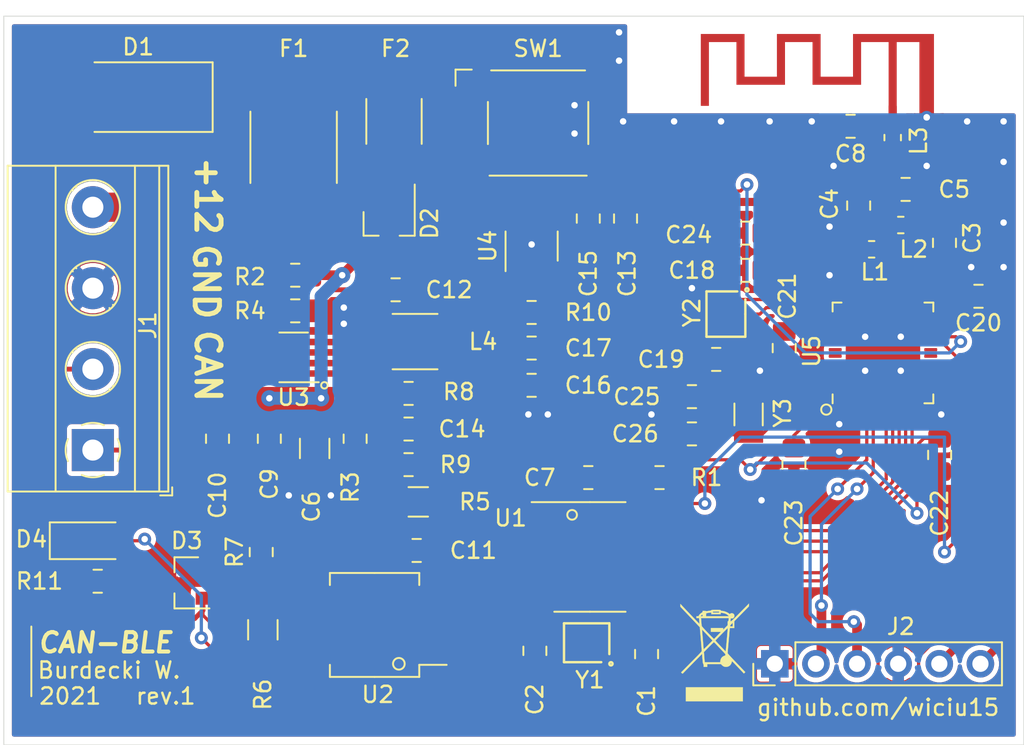
<source format=kicad_pcb>
(kicad_pcb (version 20171130) (host pcbnew "(5.1.6)-1")
  (layers (0 F.Cu signal) (31 B.Cu signal) (34 B.Paste user hide) (35 F.Paste user hide) (36 B.SilkS user) (37 F.SilkS user) (38 B.Mask user hide) (39 F.Mask user hide) (44 Edge.Cuts user))
  (net 0 "")
  (net 1 "Net-(AE1-Pad1)")
  (net 2 "Net-(C1-Pad1)")
  (net 3 GND)
  (net 4 "Net-(C2-Pad1)")
  (net 5 VDD_PA)
  (net 6 ANT2)
  (net 7 "Net-(C4-Pad1)")
  (net 8 "Net-(C6-Pad1)")
  (net 9 +3V3)
  (net 10 "Net-(C10-Pad2)")
  (net 11 +5V)
  (net 12 "Net-(C12-Pad1)")
  (net 13 "Net-(C12-Pad2)")
  (net 14 "Net-(C14-Pad1)")
  (net 15 "Net-(C14-Pad2)")
  (net 16 "Net-(C18-Pad1)")
  (net 17 "Net-(C19-Pad1)")
  (net 18 "Net-(C20-Pad2)")
  (net 19 "Net-(C21-Pad2)")
  (net 20 "Net-(C25-Pad2)")
  (net 21 "Net-(C26-Pad2)")
  (net 22 "Net-(D1-Pad1)")
  (net 23 "Net-(D2-Pad1)")
  (net 24 CANH)
  (net 25 CANL)
  (net 26 "Net-(D4-Pad1)")
  (net 27 "Net-(D4-Pad2)")
  (net 28 "Net-(F1-Pad2)")
  (net 29 UART_RX)
  (net 30 UART_TX)
  (net 31 SWDIO)
  (net 32 SWCLK)
  (net 33 ANT1)
  (net 34 MCP2515_RST)
  (net 35 "Net-(R2-Pad2)")
  (net 36 "Net-(R3-Pad1)")
  (net 37 "Net-(R4-Pad2)")
  (net 38 "Net-(R5-Pad1)")
  (net 39 "Net-(SW1-Pad1)")
  (net 40 "Net-(U1-Pad1)")
  (net 41 "Net-(U1-Pad2)")
  (net 42 "Net-(U1-Pad3)")
  (net 43 "Net-(U1-Pad4)")
  (net 44 "Net-(U1-Pad5)")
  (net 45 "Net-(U1-Pad6)")
  (net 46 "Net-(U1-Pad7)")
  (net 47 "Net-(U1-Pad11)")
  (net 48 "Net-(U1-Pad12)")
  (net 49 MCP2515_INT)
  (net 50 SPI_SCK)
  (net 51 "Net-(U1-Pad15)")
  (net 52 SPI_MOSI)
  (net 53 SPI_MISO)
  (net 54 SPI_CS)
  (net 55 TLE7250_NEN)
  (net 56 "Net-(U4-Pad4)")
  (net 57 "Net-(U5-Pad2)")
  (net 58 "Net-(U5-Pad3)")
  (net 59 "Net-(U5-Pad6)")
  (net 60 "Net-(U5-Pad16)")
  (net 61 "Net-(U5-Pad17)")
  (net 62 "Net-(U5-Pad18)")
  (net 63 "Net-(U5-Pad19)")
  (net 64 "Net-(U5-Pad22)")
  (net 65 "Net-(U5-Pad25)")
  (net 66 "Net-(U5-Pad26)")
  (net 67 "Net-(U5-Pad27)")
  (net 68 "Net-(U5-Pad28)")
  (net 69 "Net-(U5-Pad40)")
  (net 70 "Net-(U5-Pad41)")
  (net 71 "Net-(U5-Pad42)")
  (net 72 "Net-(U5-Pad43)")
  (net 73 "Net-(U5-Pad44)")
  (net 74 "Net-(U5-Pad47)")
  (net 75 "Net-(U5-Pad48)")
  (module Symbol:WEEE-Logo_4.2x6mm_SilkScreen (layer F.Cu) (at 108.4 69.8)
    (fp_text reference REF** hide)
    (fp_text value WEEE hide)
  )
  (module Resistor_SMD:R_0805_2012Metric_Pad1.15x1.40mm_HandSolder (layer F.Cu) (at 70.3 65.4 180)
    (fp_text reference R11 (at 3.6 0) (layer F.SilkS))
    (fp_text value 1k)
    (pad 1 smd roundrect (at -1.025 0 180) (size 1.15 1.4) (layers F.Cu F.Paste F.Mask) (roundrect_rratio 0.217391) (net 3 GND))
    (pad 2 smd roundrect (at 1.025 0 180) (size 1.15 1.4) (layers F.Cu F.Paste F.Mask) (roundrect_rratio 0.217391) (net 26 "Net-(D4-Pad1)"))
  )
  (module TerminalBlock_Phoenix:TerminalBlock_Phoenix_MKDS-1,5-4_1x04_P5.00mm_Horizontal (layer F.Cu) (at 70 57.3 90)
    (fp_text reference J1 (at 7.7 3.4 90) (layer F.SilkS))
    (fp_text value AC300V-04P-5.0)
    (pad 4 thru_hole circle (at 15 0 90) (size 2.6 2.6) (drill 1.3) (layers *.Cu *.Mask) (net 28 "Net-(F1-Pad2)"))
    (pad 3 thru_hole circle (at 10 0 90) (size 2.6 2.6) (drill 1.3) (layers *.Cu *.Mask) (net 3 GND))
    (pad 2 thru_hole circle (at 5 0 90) (size 2.6 2.6) (drill 1.3) (layers *.Cu *.Mask) (net 24 CANH))
    (pad 1 thru_hole rect (at 0 0 90) (size 2.6 2.6) (drill 1.3) (layers *.Cu *.Mask) (net 25 CANL))
  )
  (module Package_SO:SO-8_5.3x6.2mm_P1.27mm (layer F.Cu) (at 87.4 68.1 180)
    (fp_text reference U2 (at -0.2 -4.3) (layer F.SilkS))
    (fp_text value TLE7250V)
    (pad 1 smd roundrect (at -3.5 -1.905 180) (size 1.9 0.6) (layers F.Cu F.Paste F.Mask) (net 40 "Net-(U1-Pad1)"))
    (pad 2 smd roundrect (at -3.5 -0.635 180) (size 1.9 0.6) (layers F.Cu F.Paste F.Mask) (net 3 GND))
    (pad 3 smd roundrect (at -3.5 0.635 180) (size 1.9 0.6) (layers F.Cu F.Paste F.Mask) (net 11 +5V))
    (pad 4 smd roundrect (at -3.5 1.905 180) (size 1.9 0.6) (layers F.Cu F.Paste F.Mask) (net 41 "Net-(U1-Pad2)"))
    (pad 5 smd roundrect (at 3.5 1.905 180) (size 1.9 0.6) (layers F.Cu F.Paste F.Mask) (net 9 +3V3))
    (pad 6 smd roundrect (at 3.5 0.635 180) (size 1.9 0.6) (layers F.Cu F.Paste F.Mask) (net 25 CANL))
    (pad 7 smd roundrect (at 3.5 -0.635 180) (size 1.9 0.6) (layers F.Cu F.Paste F.Mask) (net 24 CANH))
    (pad 8 smd roundrect (at 3.5 -1.905 180) (size 1.9 0.6) (layers F.Cu F.Paste F.Mask) (net 55 TLE7250_NEN))
  )
  (module Capacitor_SMD:C_0805_2012Metric_Pad1.15x1.40mm_HandSolder (layer F.Cu) (at 122.3 57.6 90)
    (fp_text reference C22 (at -3.6 0 90) (layer F.SilkS))
    (fp_text value 100n)
    (pad 1 smd roundrect (at -1.025 0 90) (size 1.15 1.4) (layers F.Cu F.Paste F.Mask) (roundrect_rratio 0.217391) (net 3 GND))
    (pad 2 smd roundrect (at 1.025 0 90) (size 1.15 1.4) (layers F.Cu F.Paste F.Mask) (roundrect_rratio 0.217391) (net 9 +3V3))
  )
  (module RF_Antenna:Texas_SWRA117D_2.4GHz_Left (layer F.Cu) (at 119.4 36.75)
    (fp_text reference AE1 hide)
    (fp_text value "2.45 GHz PCB antenna")
    (fp_poly (pts (xy -2.45 -2.51) (xy -4.45 -2.51) (xy -4.45 -5.15) (xy -7.15 -5.15) (xy -7.15 -2.51) (xy -9.15 -2.51) (xy -9.15 -5.15) (xy -11.85 -5.15) (xy -11.85 -0.71) (xy -11.35 -0.71) (xy -11.35 -4.65) (xy -9.65 -4.65) (xy -9.65 -2.01) (xy -6.65 -2.01) (xy -6.65 -4.65) (xy -4.95 -4.65) (xy -4.95 -2.01) (xy -1.95 -2.01) (xy -1.95 -4.65) (xy -0.25 -4.65) (xy -0.25 0.25) (xy 0.25 0.25) (xy 0.25 -4.65) (xy 1.65 -4.65) (xy 1.65 0.25) (xy 2.55 0.25) (xy 2.55 0.006785) (xy 2.247583 0.006785) (xy 2.237742 0.054395) (xy 2.213674 0.096797) (xy 2.175731 0.129581) (xy 2.167819 0.133935) (xy 2.125156 0.146043) (xy 2.076637 0.1453) (xy 2.031122 0.1324) (xy 2.012511 0.121787) (xy 1.978868 0.086553) (xy 1.958309 0.041368) (xy 1.951778 -0.008158) (xy 1.960218 -0.056417) (xy 1.977112 -0.088643) (xy 2.012372 -0.121313) (xy 2.057682 -0.141408) (xy 2.107267 -0.147982) (xy 2.155353 -0.140092) (xy 2.188245 -0.123186) (xy 2.223185 -0.086416) (xy 2.242847 -0.041622) (xy 2.247583 0.006785) (xy 2.55 0.006785) (xy 2.55 -5.15) (xy -2.45 -5.15) (xy -2.45 -2.51)) (layer F.Cu) (width 0))
    (pad 1 connect rect (at 0 0) (size 0.5 0.5) (layers F.Cu) (net 1 "Net-(AE1-Pad1)"))
    (pad 2 thru_hole rect (at 2.1 0) (size 0.9 0.5) (drill 0.4) (layers *.Cu) (net 3 GND))
  )
  (module Capacitor_SMD:C_0805_2012Metric_Pad1.15x1.40mm_HandSolder (layer F.Cu) (at 104.2 69.9 270)
    (fp_text reference C1 (at 2.9 0 90) (layer F.SilkS))
    (fp_text value 12pF)
    (pad 1 smd roundrect (at -1.025 0 270) (size 1.15 1.4) (layers F.Cu F.Paste F.Mask) (roundrect_rratio 0.217391) (net 2 "Net-(C1-Pad1)"))
    (pad 2 smd roundrect (at 1.025 0 270) (size 1.15 1.4) (layers F.Cu F.Paste F.Mask) (roundrect_rratio 0.217391) (net 3 GND))
  )
  (module Capacitor_SMD:C_0805_2012Metric_Pad1.15x1.40mm_HandSolder (layer F.Cu) (at 97.3 69.7 270)
    (fp_text reference C2 (at 3 0 90) (layer F.SilkS))
    (fp_text value 12pF)
    (pad 2 smd roundrect (at 1.025 0 270) (size 1.15 1.4) (layers F.Cu F.Paste F.Mask) (roundrect_rratio 0.217391) (net 3 GND))
    (pad 1 smd roundrect (at -1.025 0 270) (size 1.15 1.4) (layers F.Cu F.Paste F.Mask) (roundrect_rratio 0.217391) (net 4 "Net-(C2-Pad1)"))
  )
  (module Capacitor_SMD:C_0805_2012Metric_Pad1.15x1.40mm_HandSolder (layer F.Cu) (at 122.6 44.5 90)
    (fp_text reference C3 (at 0.3 1.7 90) (layer F.SilkS))
    (fp_text value 2.2n)
    (pad 2 smd roundrect (at 1.025 0 90) (size 1.15 1.4) (layers F.Cu F.Paste F.Mask) (roundrect_rratio 0.217391) (net 5 VDD_PA))
    (pad 1 smd roundrect (at -1.025 0 90) (size 1.15 1.4) (layers F.Cu F.Paste F.Mask) (roundrect_rratio 0.217391) (net 3 GND))
  )
  (module Capacitor_SMD:C_0805_2012Metric_Pad1.15x1.40mm_HandSolder (layer F.Cu) (at 117.3 42.2 270)
    (fp_text reference C4 (at -0.1 1.8 90) (layer F.SilkS))
    (fp_text value 3.9p)
    (pad 2 smd roundrect (at 1.025 0 270) (size 1.15 1.4) (layers F.Cu F.Paste F.Mask) (roundrect_rratio 0.217391) (net 6 ANT2))
    (pad 1 smd roundrect (at -1.025 0 270) (size 1.15 1.4) (layers F.Cu F.Paste F.Mask) (roundrect_rratio 0.217391) (net 7 "Net-(C4-Pad1)"))
  )
  (module Capacitor_SMD:C_0805_2012Metric_Pad1.15x1.40mm_HandSolder (layer F.Cu) (at 120.2 41.2 180)
    (fp_text reference C5 (at -3 0) (layer F.SilkS))
    (fp_text value 1p)
    (pad 1 smd roundrect (at -1.025 0 180) (size 1.15 1.4) (layers F.Cu F.Paste F.Mask) (roundrect_rratio 0.217391) (net 3 GND))
    (pad 2 smd roundrect (at 1.025 0 180) (size 1.15 1.4) (layers F.Cu F.Paste F.Mask) (roundrect_rratio 0.217391) (net 7 "Net-(C4-Pad1)"))
  )
  (module Capacitor_SMD:C_1206_3216Metric_Pad1.42x1.75mm_HandSolder (layer F.Cu) (at 83.7 57.2 270)
    (fp_text reference C6 (at 3.6 0.2 90) (layer F.SilkS))
    (fp_text value "10u 16V")
    (pad 1 smd roundrect (at -1.4875 0 270) (size 1.425 1.75) (layers F.Cu F.Paste F.Mask) (roundrect_rratio 0.175439) (net 8 "Net-(C6-Pad1)"))
    (pad 2 smd roundrect (at 1.4875 0 270) (size 1.425 1.75) (layers F.Cu F.Paste F.Mask) (roundrect_rratio 0.175439) (net 3 GND))
  )
  (module Capacitor_SMD:C_0805_2012Metric_Pad1.15x1.40mm_HandSolder (layer F.Cu) (at 100.6 59)
    (fp_text reference C7 (at -3 0) (layer F.SilkS))
    (fp_text value 100n)
    (pad 1 smd roundrect (at -1.025 0) (size 1.15 1.4) (layers F.Cu F.Paste F.Mask) (roundrect_rratio 0.217391) (net 3 GND))
    (pad 2 smd roundrect (at 1.025 0) (size 1.15 1.4) (layers F.Cu F.Paste F.Mask) (roundrect_rratio 0.217391) (net 9 +3V3))
  )
  (module Capacitor_SMD:C_0805_2012Metric_Pad1.15x1.40mm_HandSolder (layer F.Cu) (at 116.8 37.3)
    (fp_text reference C8 (at 0 1.7) (layer F.SilkS))
    (fp_text value 1.5p)
    (pad 2 smd roundrect (at 1.025 0) (size 1.15 1.4) (layers F.Cu F.Paste F.Mask) (roundrect_rratio 0.217391) (net 1 "Net-(AE1-Pad1)"))
    (pad 1 smd roundrect (at -1.025 0) (size 1.15 1.4) (layers F.Cu F.Paste F.Mask) (roundrect_rratio 0.217391) (net 3 GND))
  )
  (module Capacitor_SMD:C_0805_2012Metric_Pad1.15x1.40mm_HandSolder (layer F.Cu) (at 80.9 56.6 90)
    (fp_text reference C9 (at -2.8 0 90) (layer F.SilkS))
    (fp_text value 100n)
    (pad 1 smd roundrect (at -1.025 0 90) (size 1.15 1.4) (layers F.Cu F.Paste F.Mask) (roundrect_rratio 0.217391) (net 3 GND))
    (pad 2 smd roundrect (at 1.025 0 90) (size 1.15 1.4) (layers F.Cu F.Paste F.Mask) (roundrect_rratio 0.217391) (net 8 "Net-(C6-Pad1)"))
  )
  (module Capacitor_SMD:C_0805_2012Metric_Pad1.15x1.40mm_HandSolder (layer F.Cu) (at 77.7 56.6 90)
    (fp_text reference C10 (at -3.5 0 90) (layer F.SilkS))
    (fp_text value 100n)
    (pad 1 smd roundrect (at -1.025 0 90) (size 1.15 1.4) (layers F.Cu F.Paste F.Mask) (roundrect_rratio 0.217391) (net 3 GND))
    (pad 2 smd roundrect (at 1.025 0 90) (size 1.15 1.4) (layers F.Cu F.Paste F.Mask) (roundrect_rratio 0.217391) (net 10 "Net-(C10-Pad2)"))
  )
  (module Capacitor_SMD:C_0805_2012Metric_Pad1.15x1.40mm_HandSolder (layer F.Cu) (at 90 63.5)
    (fp_text reference C11 (at 3.5 0) (layer F.SilkS))
    (fp_text value 100n)
    (pad 1 smd roundrect (at -1.025 0) (size 1.15 1.4) (layers F.Cu F.Paste F.Mask) (roundrect_rratio 0.217391) (net 3 GND))
    (pad 2 smd roundrect (at 1.025 0) (size 1.15 1.4) (layers F.Cu F.Paste F.Mask) (roundrect_rratio 0.217391) (net 11 +5V))
  )
  (module Capacitor_SMD:C_0805_2012Metric_Pad1.15x1.40mm_HandSolder (layer F.Cu) (at 88.7 47.4)
    (fp_text reference C12 (at 3.3 0) (layer F.SilkS))
    (fp_text value 100n)
    (pad 1 smd roundrect (at -1.025 0) (size 1.15 1.4) (layers F.Cu F.Paste F.Mask) (roundrect_rratio 0.217391) (net 12 "Net-(C12-Pad1)"))
    (pad 2 smd roundrect (at 1.025 0) (size 1.15 1.4) (layers F.Cu F.Paste F.Mask) (roundrect_rratio 0.217391) (net 13 "Net-(C12-Pad2)"))
  )
  (module Capacitor_SMD:C_0805_2012Metric_Pad1.15x1.40mm_HandSolder (layer F.Cu) (at 102.9 43 270)
    (fp_text reference C13 (at 3.4 -0.1 90) (layer F.SilkS))
    (fp_text value "22u 6,3V")
    (pad 1 smd roundrect (at -1.025 0 270) (size 1.15 1.4) (layers F.Cu F.Paste F.Mask) (roundrect_rratio 0.217391) (net 9 +3V3))
    (pad 2 smd roundrect (at 1.025 0 270) (size 1.15 1.4) (layers F.Cu F.Paste F.Mask) (roundrect_rratio 0.217391) (net 3 GND))
  )
  (module Capacitor_SMD:C_0805_2012Metric_Pad1.15x1.40mm_HandSolder (layer F.Cu) (at 89.5 56 180)
    (fp_text reference C14 (at -3.3 0) (layer F.SilkS))
    (fp_text value 12pF)
    (pad 1 smd roundrect (at -1.025 0 180) (size 1.15 1.4) (layers F.Cu F.Paste F.Mask) (roundrect_rratio 0.217391) (net 14 "Net-(C14-Pad1)"))
    (pad 2 smd roundrect (at 1.025 0 180) (size 1.15 1.4) (layers F.Cu F.Paste F.Mask) (roundrect_rratio 0.217391) (net 15 "Net-(C14-Pad2)"))
  )
  (module Capacitor_SMD:C_0805_2012Metric_Pad1.15x1.40mm_HandSolder (layer F.Cu) (at 100.6 43 90)
    (fp_text reference C15 (at -3.4 0 90) (layer F.SilkS))
    (fp_text value 100n)
    (pad 2 smd roundrect (at 1.025 0 90) (size 1.15 1.4) (layers F.Cu F.Paste F.Mask) (roundrect_rratio 0.217391) (net 9 +3V3))
    (pad 1 smd roundrect (at -1.025 0 90) (size 1.15 1.4) (layers F.Cu F.Paste F.Mask) (roundrect_rratio 0.217391) (net 3 GND))
  )
  (module Capacitor_SMD:C_0805_2012Metric_Pad1.15x1.40mm_HandSolder (layer F.Cu) (at 97.1 53.3)
    (fp_text reference C16 (at 3.5 0) (layer F.SilkS))
    (fp_text value "22u 6,3V")
    (pad 1 smd roundrect (at -1.025 0) (size 1.15 1.4) (layers F.Cu F.Paste F.Mask) (roundrect_rratio 0.217391) (net 15 "Net-(C14-Pad2)"))
    (pad 2 smd roundrect (at 1.025 0) (size 1.15 1.4) (layers F.Cu F.Paste F.Mask) (roundrect_rratio 0.217391) (net 3 GND))
  )
  (module Capacitor_SMD:C_0805_2012Metric_Pad1.15x1.40mm_HandSolder (layer F.Cu) (at 97.1 51 180)
    (fp_text reference C17 (at -3.5 0) (layer F.SilkS))
    (fp_text value 100n)
    (pad 2 smd roundrect (at 1.025 0 180) (size 1.15 1.4) (layers F.Cu F.Paste F.Mask) (roundrect_rratio 0.217391) (net 15 "Net-(C14-Pad2)"))
    (pad 1 smd roundrect (at -1.025 0 180) (size 1.15 1.4) (layers F.Cu F.Paste F.Mask) (roundrect_rratio 0.217391) (net 3 GND))
  )
  (module Capacitor_SMD:C_0805_2012Metric_Pad1.15x1.40mm_HandSolder (layer F.Cu) (at 110.3 46.2 180)
    (fp_text reference C18 (at 3.3 0) (layer F.SilkS))
    (fp_text value 12pF)
    (pad 1 smd roundrect (at -1.025 0 180) (size 1.15 1.4) (layers F.Cu F.Paste F.Mask) (roundrect_rratio 0.217391) (net 16 "Net-(C18-Pad1)"))
    (pad 2 smd roundrect (at 1.025 0 180) (size 1.15 1.4) (layers F.Cu F.Paste F.Mask) (roundrect_rratio 0.217391) (net 3 GND))
  )
  (module Capacitor_SMD:C_0805_2012Metric_Pad1.15x1.40mm_HandSolder (layer F.Cu) (at 108.5 51.7 180)
    (fp_text reference C19 (at 3.4 0) (layer F.SilkS))
    (fp_text value 12pF)
    (pad 2 smd roundrect (at 1.025 0 180) (size 1.15 1.4) (layers F.Cu F.Paste F.Mask) (roundrect_rratio 0.217391) (net 3 GND))
    (pad 1 smd roundrect (at -1.025 0 180) (size 1.15 1.4) (layers F.Cu F.Paste F.Mask) (roundrect_rratio 0.217391) (net 17 "Net-(C19-Pad1)"))
  )
  (module Capacitor_SMD:C_0805_2012Metric_Pad1.15x1.40mm_HandSolder (layer F.Cu) (at 124.7 47.8 180)
    (fp_text reference C20 (at 0 -1.65) (layer F.SilkS))
    (fp_text value 100n)
    (pad 2 smd roundrect (at 1.025 0 180) (size 1.15 1.4) (layers F.Cu F.Paste F.Mask) (roundrect_rratio 0.217391) (net 18 "Net-(C20-Pad2)"))
    (pad 1 smd roundrect (at -1.025 0 180) (size 1.15 1.4) (layers F.Cu F.Paste F.Mask) (roundrect_rratio 0.217391) (net 3 GND))
  )
  (module Capacitor_SMD:C_0805_2012Metric_Pad1.15x1.40mm_HandSolder (layer F.Cu) (at 112.7 51 90)
    (fp_text reference C21 (at 3.2 0.2 90) (layer F.SilkS))
    (fp_text value 100n)
    (pad 1 smd roundrect (at -1.025 0 90) (size 1.15 1.4) (layers F.Cu F.Paste F.Mask) (roundrect_rratio 0.217391) (net 3 GND))
    (pad 2 smd roundrect (at 1.025 0 90) (size 1.15 1.4) (layers F.Cu F.Paste F.Mask) (roundrect_rratio 0.217391) (net 19 "Net-(C21-Pad2)"))
  )
  (module Capacitor_SMD:C_0805_2012Metric_Pad1.15x1.40mm_HandSolder (layer F.Cu) (at 113.3 58.2 90)
    (fp_text reference C23 (at -3.6 0 90) (layer F.SilkS))
    (fp_text value 100n)
    (pad 2 smd roundrect (at 1.025 0 90) (size 1.15 1.4) (layers F.Cu F.Paste F.Mask) (roundrect_rratio 0.217391) (net 9 +3V3))
    (pad 1 smd roundrect (at -1.025 0 90) (size 1.15 1.4) (layers F.Cu F.Paste F.Mask) (roundrect_rratio 0.217391) (net 3 GND))
  )
  (module Capacitor_SMD:C_0805_2012Metric_Pad1.15x1.40mm_HandSolder (layer F.Cu) (at 110.3 43.9)
    (fp_text reference C24 (at -3.5 0.1) (layer F.SilkS))
    (fp_text value 1n)
    (pad 2 smd roundrect (at 1.025 0) (size 1.15 1.4) (layers F.Cu F.Paste F.Mask) (roundrect_rratio 0.217391) (net 9 +3V3))
    (pad 1 smd roundrect (at -1.025 0) (size 1.15 1.4) (layers F.Cu F.Paste F.Mask) (roundrect_rratio 0.217391) (net 3 GND))
  )
  (module Capacitor_SMD:C_0805_2012Metric_Pad1.15x1.40mm_HandSolder (layer F.Cu) (at 107 54)
    (fp_text reference C25 (at -3.4 0) (layer F.SilkS))
    (fp_text value 12pF)
    (pad 2 smd roundrect (at 1.025 0) (size 1.15 1.4) (layers F.Cu F.Paste F.Mask) (roundrect_rratio 0.217391) (net 20 "Net-(C25-Pad2)"))
    (pad 1 smd roundrect (at -1.025 0) (size 1.15 1.4) (layers F.Cu F.Paste F.Mask) (roundrect_rratio 0.217391) (net 3 GND))
  )
  (module Capacitor_SMD:C_0805_2012Metric_Pad1.15x1.40mm_HandSolder (layer F.Cu) (at 107 56.3)
    (fp_text reference C26 (at -3.5 0) (layer F.SilkS))
    (fp_text value 12pF)
    (pad 2 smd roundrect (at 1.025 0) (size 1.15 1.4) (layers F.Cu F.Paste F.Mask) (roundrect_rratio 0.217391) (net 21 "Net-(C26-Pad2)"))
    (pad 1 smd roundrect (at -1.025 0) (size 1.15 1.4) (layers F.Cu F.Paste F.Mask) (roundrect_rratio 0.217391) (net 3 GND))
  )
  (module Diode_SMD:D_SMB_Handsoldering (layer F.Cu) (at 72.8 35.5 180)
    (fp_text reference D1 (at 0 3.1) (layer F.SilkS))
    (fp_text value SM6T15CA)
    (pad 1 smd rect (at -2.7 0 180) (size 3.5 2.3) (layers F.Cu F.Paste F.Mask) (net 22 "Net-(D1-Pad1)"))
    (pad 2 smd rect (at 2.7 0 180) (size 3.5 2.3) (layers F.Cu F.Paste F.Mask) (net 3 GND))
  )
  (module Package_TO_SOT_SMD:SOT-23_Handsoldering (layer F.Cu) (at 88.3 43.3 270)
    (fp_text reference D2 (at 0 -2.5 90) (layer F.SilkS))
    (fp_text value BAV70)
    (pad 1 smd rect (at -1.5 -0.95 270) (size 1.9 0.8) (layers F.Cu F.Paste F.Mask) (net 23 "Net-(D2-Pad1)"))
    (pad 2 smd rect (at -1.5 0.95 270) (size 1.9 0.8) (layers F.Cu F.Paste F.Mask) (net 23 "Net-(D2-Pad1)"))
    (pad 3 smd rect (at 1.5 0 270) (size 1.9 0.8) (layers F.Cu F.Paste F.Mask) (net 8 "Net-(C6-Pad1)"))
  )
  (module Package_TO_SOT_SMD:SOT-23 (layer F.Cu) (at 75.8 65.5 180)
    (fp_text reference D3 (at 0 2.6) (layer F.SilkS))
    (fp_text value PESD1CAN)
    (pad 1 smd rect (at -1 -0.95 180) (size 0.9 0.8) (layers F.Cu F.Paste F.Mask) (net 24 CANH))
    (pad 2 smd rect (at -1 0.95 180) (size 0.9 0.8) (layers F.Cu F.Paste F.Mask) (net 25 CANL))
    (pad 3 smd rect (at 1 0 180) (size 0.9 0.8) (layers F.Cu F.Paste F.Mask) (net 3 GND))
  )
  (module LED_SMD:LED_1206_3216Metric_Pad1.42x1.75mm_HandSolder (layer F.Cu) (at 69.8 62.9)
    (fp_text reference D4 (at -3.6 -0.1) (layer F.SilkS))
    (fp_text value LED)
    (pad 1 smd roundrect (at -1.4875 0) (size 1.425 1.75) (layers F.Cu F.Paste F.Mask) (roundrect_rratio 0.175439) (net 26 "Net-(D4-Pad1)"))
    (pad 2 smd roundrect (at 1.4875 0) (size 1.425 1.75) (layers F.Cu F.Paste F.Mask) (roundrect_rratio 0.175439) (net 27 "Net-(D4-Pad2)"))
  )
  (module Fuse:Fuse_2920_7451Metric_Pad2.10x5.45mm_HandSolder (layer F.Cu) (at 82.4 38.6 270)
    (fp_text reference F1 (at -6.1 0 180) (layer F.SilkS))
    (fp_text value 0ZCF0200AF2C)
    (pad 1 smd roundrect (at -3.475 0 270) (size 2.1 5.45) (layers F.Cu F.Paste F.Mask) (roundrect_rratio 0.119048) (net 22 "Net-(D1-Pad1)"))
    (pad 2 smd roundrect (at 3.475 0 270) (size 2.1 5.45) (layers F.Cu F.Paste F.Mask) (roundrect_rratio 0.119048) (net 28 "Net-(F1-Pad2)"))
  )
  (module Fuse:Fuse_1812_4532Metric_Pad1.30x3.40mm_HandSolder (layer F.Cu) (at 88.6 37 90)
    (fp_text reference F2 (at 4.5 0.1 180) (layer F.SilkS))
    (fp_text value 0ZCK0010FF2G)
    (pad 1 smd roundrect (at -2.225 0 90) (size 1.3 3.4) (layers F.Cu F.Paste F.Mask) (roundrect_rratio 0.192308) (net 23 "Net-(D2-Pad1)"))
    (pad 2 smd roundrect (at 2.225 0 90) (size 1.3 3.4) (layers F.Cu F.Paste F.Mask) (roundrect_rratio 0.192308) (net 22 "Net-(D1-Pad1)"))
  )
  (module Connector_PinHeader_2.54mm:PinHeader_1x06_P2.54mm_Vertical (layer F.Cu) (at 112.12 70.5 90)
    (fp_text reference J2 (at 2.3 7.78 180) (layer F.SilkS))
    (fp_text value UART)
    (pad 1 thru_hole rect (at 0 0 90) (size 1.7 1.7) (drill 1) (layers *.Cu *.Mask) (net 3 GND))
    (pad 2 thru_hole oval (at 0 2.54 90) (size 1.7 1.7) (drill 1) (layers *.Cu *.Mask) (net 29 UART_RX))
    (pad 3 thru_hole oval (at 0 5.08 90) (size 1.7 1.7) (drill 1) (layers *.Cu *.Mask) (net 30 UART_TX))
    (pad 4 thru_hole oval (at 0 7.62 90) (size 1.7 1.7) (drill 1) (layers *.Cu *.Mask) (net 3 GND))
    (pad 5 thru_hole oval (at 0 10.16 90) (size 1.7 1.7) (drill 1) (layers *.Cu *.Mask) (net 31 SWDIO))
    (pad 6 thru_hole oval (at 0 12.7 90) (size 1.7 1.7) (drill 1) (layers *.Cu *.Mask) (net 32 SWCLK))
  )
  (module Inductor_SMD:L_0603_1608Metric_Pad1.05x0.95mm_HandSolder (layer F.Cu) (at 118.1 44.9)
    (fp_text reference L1 (at 0.2 1.4) (layer F.SilkS))
    (fp_text value 4.7n)
    (pad 1 smd roundrect (at -0.875 0) (size 1.05 0.95) (layers F.Cu F.Paste F.Mask) (net 6 ANT2))
    (pad 2 smd roundrect (at 0.875 0) (size 1.05 0.95) (layers F.Cu F.Paste F.Mask) (net 33 ANT1))
  )
  (module Inductor_SMD:L_0603_1608Metric_Pad1.05x0.95mm_HandSolder (layer F.Cu) (at 119.9 43.4)
    (fp_text reference L2 (at 0.8 1.5) (layer F.SilkS))
    (fp_text value 27n)
    (pad 2 smd roundrect (at 0.875 0) (size 1.05 0.95) (layers F.Cu F.Paste F.Mask) (net 5 VDD_PA))
    (pad 1 smd roundrect (at -0.875 0) (size 1.05 0.95) (layers F.Cu F.Paste F.Mask) (net 33 ANT1))
  )
  (module Inductor_SMD:L_0603_1608Metric_Pad1.05x0.95mm_HandSolder (layer F.Cu) (at 119.4 38 90)
    (fp_text reference L3 (at -0.2 1.6 90) (layer F.SilkS))
    (fp_text value 3.3n)
    (pad 1 smd roundrect (at -0.875 0 90) (size 1.05 0.95) (layers F.Cu F.Paste F.Mask) (net 7 "Net-(C4-Pad1)"))
    (pad 2 smd roundrect (at 0.875 0 90) (size 1.05 0.95) (layers F.Cu F.Paste F.Mask) (net 1 "Net-(AE1-Pad1)"))
  )
  (module Inductor_SMD:L_1812_4532Metric_Pad1.30x3.40mm_HandSolder (layer F.Cu) (at 89.9 50.6)
    (fp_text reference L4 (at 4.2 0) (layer F.SilkS))
    (fp_text value NL12KTC5R6)
    (pad 1 smd roundrect (at -2.225 0) (size 1.3 3.4) (layers F.Cu F.Paste F.Mask) (roundrect_rratio 0.192308) (net 13 "Net-(C12-Pad2)"))
    (pad 2 smd roundrect (at 2.225 0) (size 1.3 3.4) (layers F.Cu F.Paste F.Mask) (roundrect_rratio 0.192308) (net 15 "Net-(C14-Pad2)"))
  )
  (module Resistor_SMD:R_0805_2012Metric_Pad1.15x1.40mm_HandSolder (layer F.Cu) (at 105 59)
    (fp_text reference R1 (at 2.9 0) (layer F.SilkS))
    (fp_text value 10k)
    (pad 2 smd roundrect (at 1.025 0) (size 1.15 1.4) (layers F.Cu F.Paste F.Mask) (roundrect_rratio 0.217391) (net 34 MCP2515_RST))
    (pad 1 smd roundrect (at -1.025 0) (size 1.15 1.4) (layers F.Cu F.Paste F.Mask) (roundrect_rratio 0.217391) (net 9 +3V3))
  )
  (module Resistor_SMD:R_0805_2012Metric_Pad1.15x1.40mm_HandSolder (layer F.Cu) (at 82.5 46.5 180)
    (fp_text reference R2 (at 2.8 -0.1) (layer F.SilkS))
    (fp_text value 75k)
    (pad 1 smd roundrect (at -1.025 0 180) (size 1.15 1.4) (layers F.Cu F.Paste F.Mask) (roundrect_rratio 0.217391) (net 8 "Net-(C6-Pad1)"))
    (pad 2 smd roundrect (at 1.025 0 180) (size 1.15 1.4) (layers F.Cu F.Paste F.Mask) (roundrect_rratio 0.217391) (net 35 "Net-(R2-Pad2)"))
  )
  (module Resistor_SMD:R_0805_2012Metric_Pad1.15x1.40mm_HandSolder (layer F.Cu) (at 86.2 56.6 270)
    (fp_text reference R3 (at 3 0.3 90) (layer F.SilkS))
    (fp_text value 75k)
    (pad 2 smd roundrect (at 1.025 0 270) (size 1.15 1.4) (layers F.Cu F.Paste F.Mask) (roundrect_rratio 0.217391) (net 3 GND))
    (pad 1 smd roundrect (at -1.025 0 270) (size 1.15 1.4) (layers F.Cu F.Paste F.Mask) (roundrect_rratio 0.217391) (net 36 "Net-(R3-Pad1)"))
  )
  (module Resistor_SMD:R_0805_2012Metric_Pad1.15x1.40mm_HandSolder (layer F.Cu) (at 82.5 48.7 180)
    (fp_text reference R4 (at 2.8 0) (layer F.SilkS))
    (fp_text value 20R)
    (pad 1 smd roundrect (at -1.025 0 180) (size 1.15 1.4) (layers F.Cu F.Paste F.Mask) (roundrect_rratio 0.217391) (net 12 "Net-(C12-Pad1)"))
    (pad 2 smd roundrect (at 1.025 0 180) (size 1.15 1.4) (layers F.Cu F.Paste F.Mask) (roundrect_rratio 0.217391) (net 37 "Net-(R4-Pad2)"))
  )
  (module Resistor_SMD:R_1206_3216Metric_Pad1.42x1.75mm_HandSolder (layer F.Cu) (at 90.1 60.5)
    (fp_text reference R5 (at 3.5 0) (layer F.SilkS))
    (fp_text value 20k)
    (pad 2 smd roundrect (at 1.4875 0) (size 1.425 1.75) (layers F.Cu F.Paste F.Mask) (roundrect_rratio 0.175439) (net 14 "Net-(C14-Pad1)"))
    (pad 1 smd roundrect (at -1.4875 0) (size 1.425 1.75) (layers F.Cu F.Paste F.Mask) (roundrect_rratio 0.175439) (net 38 "Net-(R5-Pad1)"))
  )
  (module Resistor_SMD:R_1206_3216Metric_Pad1.42x1.75mm_HandSolder (layer F.Cu) (at 80.5 68.4 90)
    (fp_text reference R6 (at -4 0 90) (layer F.SilkS))
    (fp_text value 120R)
    (pad 1 smd roundrect (at -1.4875 0 90) (size 1.425 1.75) (layers F.Cu F.Paste F.Mask) (roundrect_rratio 0.175439) (net 24 CANH))
    (pad 2 smd roundrect (at 1.4875 0 90) (size 1.425 1.75) (layers F.Cu F.Paste F.Mask) (roundrect_rratio 0.175439) (net 25 CANL))
  )
  (module Resistor_SMD:R_0805_2012Metric_Pad1.15x1.40mm_HandSolder (layer F.Cu) (at 80.4 63.6 90)
    (fp_text reference R7 (at 0 -1.65 90) (layer F.SilkS))
    (fp_text value 0R)
    (pad 1 smd roundrect (at -1.025 0 90) (size 1.15 1.4) (layers F.Cu F.Paste F.Mask) (roundrect_rratio 0.217391) (net 25 CANL))
    (pad 2 smd roundrect (at 1.025 0 90) (size 1.15 1.4) (layers F.Cu F.Paste F.Mask) (roundrect_rratio 0.217391) (net 3 GND))
  )
  (module Resistor_SMD:R_0805_2012Metric_Pad1.15x1.40mm_HandSolder (layer F.Cu) (at 89.5 53.8)
    (fp_text reference R8 (at 3.1 -0.1) (layer F.SilkS))
    (fp_text value 40,2k)
    (pad 2 smd roundrect (at 1.025 0) (size 1.15 1.4) (layers F.Cu F.Paste F.Mask) (roundrect_rratio 0.217391) (net 14 "Net-(C14-Pad1)"))
    (pad 1 smd roundrect (at -1.025 0) (size 1.15 1.4) (layers F.Cu F.Paste F.Mask) (roundrect_rratio 0.217391) (net 15 "Net-(C14-Pad2)"))
  )
  (module Resistor_SMD:R_0805_2012Metric_Pad1.15x1.40mm_HandSolder (layer F.Cu) (at 89.5 58.2 180)
    (fp_text reference R9 (at -2.9 0) (layer F.SilkS))
    (fp_text value 7,5k)
    (pad 1 smd roundrect (at -1.025 0 180) (size 1.15 1.4) (layers F.Cu F.Paste F.Mask) (roundrect_rratio 0.217391) (net 14 "Net-(C14-Pad1)"))
    (pad 2 smd roundrect (at 1.025 0 180) (size 1.15 1.4) (layers F.Cu F.Paste F.Mask) (roundrect_rratio 0.217391) (net 3 GND))
  )
  (module Resistor_SMD:R_0805_2012Metric_Pad1.15x1.40mm_HandSolder (layer F.Cu) (at 97.1 48.8 180)
    (fp_text reference R10 (at -3.5 0) (layer F.SilkS))
    (fp_text value 0R)
    (pad 2 smd roundrect (at 1.025 0 180) (size 1.15 1.4) (layers F.Cu F.Paste F.Mask) (roundrect_rratio 0.217391) (net 15 "Net-(C14-Pad2)"))
    (pad 1 smd roundrect (at -1.025 0 180) (size 1.15 1.4) (layers F.Cu F.Paste F.Mask) (roundrect_rratio 0.217391) (net 11 +5V))
  )
  (module Button_Switch_SMD:SW_SPST_Omron_B3FS-100xP (layer F.Cu) (at 97.5 37.1)
    (fp_text reference SW1 (at 0 -4.6) (layer F.SilkS))
    (fp_text value SW_Push_Dual)
    (pad 2 smd rect (at 4 -2.25 180) (size 1.6 1.4) (layers F.Cu F.Paste F.Mask) (net 39 "Net-(SW1-Pad1)"))
    (pad 1 smd rect (at -4 -2.25 180) (size 1.6 1.4) (layers F.Cu F.Paste F.Mask) (net 39 "Net-(SW1-Pad1)"))
    (pad 4 smd rect (at 4 2.25 180) (size 1.6 1.4) (layers F.Cu F.Paste F.Mask) (net 9 +3V3))
    (pad 3 smd rect (at -4 2.25 180) (size 1.6 1.4) (layers F.Cu F.Paste F.Mask) (net 9 +3V3))
  )
  (module Package_SO:TSSOP-20_4.4x6.5mm_P0.65mm (layer F.Cu) (at 100.7 63.9)
    (fp_text reference U1 (at -4.9 -2.4) (layer F.SilkS))
    (fp_text value MCP2515-xST)
    (pad 1 smd roundrect (at -2.8625 -2.925) (size 1.475 0.4) (layers F.Cu F.Paste F.Mask) (net 40 "Net-(U1-Pad1)"))
    (pad 2 smd roundrect (at -2.8625 -2.275) (size 1.475 0.4) (layers F.Cu F.Paste F.Mask) (net 41 "Net-(U1-Pad2)"))
    (pad 3 smd roundrect (at -2.8625 -1.625) (size 1.475 0.4) (layers F.Cu F.Paste F.Mask) (net 42 "Net-(U1-Pad3)"))
    (pad 4 smd roundrect (at -2.8625 -0.975) (size 1.475 0.4) (layers F.Cu F.Paste F.Mask) (net 43 "Net-(U1-Pad4)"))
    (pad 5 smd roundrect (at -2.8625 -0.325) (size 1.475 0.4) (layers F.Cu F.Paste F.Mask) (net 44 "Net-(U1-Pad5)"))
    (pad 6 smd roundrect (at -2.8625 0.325) (size 1.475 0.4) (layers F.Cu F.Paste F.Mask) (net 45 "Net-(U1-Pad6)"))
    (pad 7 smd roundrect (at -2.8625 0.975) (size 1.475 0.4) (layers F.Cu F.Paste F.Mask) (net 46 "Net-(U1-Pad7)"))
    (pad 8 smd roundrect (at -2.8625 1.625) (size 1.475 0.4) (layers F.Cu F.Paste F.Mask) (net 2 "Net-(C1-Pad1)"))
    (pad 9 smd roundrect (at -2.8625 2.275) (size 1.475 0.4) (layers F.Cu F.Paste F.Mask) (net 4 "Net-(C2-Pad1)"))
    (pad 10 smd roundrect (at -2.8625 2.925) (size 1.475 0.4) (layers F.Cu F.Paste F.Mask) (net 3 GND))
    (pad 11 smd roundrect (at 2.8625 2.925) (size 1.475 0.4) (layers F.Cu F.Paste F.Mask) (net 47 "Net-(U1-Pad11)"))
    (pad 12 smd roundrect (at 2.8625 2.275) (size 1.475 0.4) (layers F.Cu F.Paste F.Mask) (net 48 "Net-(U1-Pad12)"))
    (pad 13 smd roundrect (at 2.8625 1.625) (size 1.475 0.4) (layers F.Cu F.Paste F.Mask) (net 49 MCP2515_INT))
    (pad 14 smd roundrect (at 2.8625 0.975) (size 1.475 0.4) (layers F.Cu F.Paste F.Mask) (net 50 SPI_SCK))
    (pad 15 smd roundrect (at 2.8625 0.325) (size 1.475 0.4) (layers F.Cu F.Paste F.Mask) (net 51 "Net-(U1-Pad15)"))
    (pad 16 smd roundrect (at 2.8625 -0.325) (size 1.475 0.4) (layers F.Cu F.Paste F.Mask) (net 52 SPI_MOSI))
    (pad 17 smd roundrect (at 2.8625 -0.975) (size 1.475 0.4) (layers F.Cu F.Paste F.Mask) (net 53 SPI_MISO))
    (pad 18 smd roundrect (at 2.8625 -1.625) (size 1.475 0.4) (layers F.Cu F.Paste F.Mask) (net 54 SPI_CS))
    (pad 19 smd roundrect (at 2.8625 -2.275) (size 1.475 0.4) (layers F.Cu F.Paste F.Mask) (net 34 MCP2515_RST))
    (pad 20 smd roundrect (at 2.8625 -2.925) (size 1.475 0.4) (layers F.Cu F.Paste F.Mask) (net 9 +3V3))
  )
  (module Package_TO_SOT_SMD:TSOT-23-8_HandSoldering (layer F.Cu) (at 82.4 51.6 180)
    (fp_text reference U3 (at 0 -2.45) (layer F.SilkS))
    (fp_text value MP2315GJ-Z)
    (pad 1 smd rect (at -1.71 -0.97 180) (size 2 0.4) (layers F.Cu F.Paste F.Mask) (net 36 "Net-(R3-Pad1)"))
    (pad 2 smd rect (at -1.71 -0.33 180) (size 2 0.4) (layers F.Cu F.Paste F.Mask) (net 8 "Net-(C6-Pad1)"))
    (pad 3 smd rect (at -1.71 0.33 180) (size 2 0.4) (layers F.Cu F.Paste F.Mask) (net 13 "Net-(C12-Pad2)"))
    (pad 4 smd rect (at -1.71 0.97 180) (size 2 0.4) (layers F.Cu F.Paste F.Mask) (net 3 GND))
    (pad 5 smd rect (at 1.71 0.97 180) (size 2 0.4) (layers F.Cu F.Paste F.Mask) (net 37 "Net-(R4-Pad2)"))
    (pad 6 smd rect (at 1.71 0.33 180) (size 2 0.4) (layers F.Cu F.Paste F.Mask) (net 35 "Net-(R2-Pad2)"))
    (pad 7 smd rect (at 1.71 -0.33 180) (size 2 0.4) (layers F.Cu F.Paste F.Mask) (net 10 "Net-(C10-Pad2)"))
    (pad 8 smd rect (at 1.71 -0.97 180) (size 2 0.4) (layers F.Cu F.Paste F.Mask) (net 38 "Net-(R5-Pad1)"))
  )
  (module Package_TO_SOT_SMD:SOT-23-5_HandSoldering (layer F.Cu) (at 97.1 44.7 90)
    (fp_text reference U4 (at 0 -2.7 90) (layer F.SilkS))
    (fp_text value MIC5504-3.3YM5)
    (pad 1 smd rect (at -1.35 -0.95 90) (size 1.56 0.65) (layers F.Cu F.Paste F.Mask) (net 11 +5V))
    (pad 2 smd rect (at -1.35 0 90) (size 1.56 0.65) (layers F.Cu F.Paste F.Mask) (net 3 GND))
    (pad 3 smd rect (at -1.35 0.95 90) (size 1.56 0.65) (layers F.Cu F.Paste F.Mask) (net 11 +5V))
    (pad 4 smd rect (at 1.35 0.95 90) (size 1.56 0.65) (layers F.Cu F.Paste F.Mask) (net 56 "Net-(U4-Pad4)"))
    (pad 5 smd rect (at 1.35 -0.95 90) (size 1.56 0.65) (layers F.Cu F.Paste F.Mask) (net 9 +3V3))
  )
  (module Package_DFN_QFN:QFN-48-1EP_6x6mm_P0.4mm_EP4.6x4.6mm (layer F.Cu) (at 118.8 51.3 90)
    (fp_text reference U5 (at 0.1 -4.4 90) (layer F.SilkS))
    (fp_text value nRF51822-QFAC)
    (pad 1 smd roundrect (at -2.95 -2.2 90) (size 0.8 0.2) (layers F.Cu F.Paste F.Mask) (net 9 +3V3))
    (pad 2 smd roundrect (at -2.95 -1.8 90) (size 0.8 0.2) (layers F.Cu F.Paste F.Mask) (net 57 "Net-(U5-Pad2)"))
    (pad 3 smd roundrect (at -2.95 -1.4 90) (size 0.8 0.2) (layers F.Cu F.Paste F.Mask) (net 58 "Net-(U5-Pad3)"))
    (pad 4 smd roundrect (at -2.95 -1 90) (size 0.8 0.2) (layers F.Cu F.Paste F.Mask) (net 30 UART_TX))
    (pad 5 smd roundrect (at -2.95 -0.6 90) (size 0.8 0.2) (layers F.Cu F.Paste F.Mask) (net 29 UART_RX))
    (pad 6 smd roundrect (at -2.95 -0.2 90) (size 0.8 0.2) (layers F.Cu F.Paste F.Mask) (net 59 "Net-(U5-Pad6)"))
    (pad 7 smd roundrect (at -2.95 0.2 90) (size 0.8 0.2) (layers F.Cu F.Paste F.Mask) (net 54 SPI_CS))
    (pad 8 smd roundrect (at -2.95 0.6 90) (size 0.8 0.2) (layers F.Cu F.Paste F.Mask) (net 53 SPI_MISO))
    (pad 9 smd roundrect (at -2.95 1 90) (size 0.8 0.2) (layers F.Cu F.Paste F.Mask) (net 52 SPI_MOSI))
    (pad 10 smd roundrect (at -2.95 1.4 90) (size 0.8 0.2) (layers F.Cu F.Paste F.Mask) (net 50 SPI_SCK))
    (pad 11 smd roundrect (at -2.95 1.8 90) (size 0.8 0.2) (layers F.Cu F.Paste F.Mask) (net 49 MCP2515_INT))
    (pad 12 smd roundrect (at -2.95 2.2 90) (size 0.8 0.2) (layers F.Cu F.Paste F.Mask) (net 9 +3V3))
    (pad 13 smd roundrect (at -2.2 2.95 90) (size 0.2 0.8) (layers F.Cu F.Paste F.Mask) (net 3 GND))
    (pad 14 smd roundrect (at -1.8 2.95 90) (size 0.2 0.8) (layers F.Cu F.Paste F.Mask) (net 34 MCP2515_RST))
    (pad 15 smd roundrect (at -1.4 2.95 90) (size 0.2 0.8) (layers F.Cu F.Paste F.Mask) (net 55 TLE7250_NEN))
    (pad 16 smd roundrect (at -1 2.95 90) (size 0.2 0.8) (layers F.Cu F.Paste F.Mask) (net 60 "Net-(U5-Pad16)"))
    (pad 17 smd roundrect (at -0.6 2.95 90) (size 0.2 0.8) (layers F.Cu F.Paste F.Mask) (net 61 "Net-(U5-Pad17)"))
    (pad 18 smd roundrect (at -0.2 2.95 90) (size 0.2 0.8) (layers F.Cu F.Paste F.Mask) (net 62 "Net-(U5-Pad18)"))
    (pad 19 smd roundrect (at 0.2 2.95 90) (size 0.2 0.8) (layers F.Cu F.Paste F.Mask) (net 63 "Net-(U5-Pad19)"))
    (pad 20 smd roundrect (at 0.6 2.95 90) (size 0.2 0.8) (layers F.Cu F.Paste F.Mask) (net 27 "Net-(D4-Pad2)"))
    (pad 21 smd roundrect (at 1 2.95 90) (size 0.2 0.8) (layers F.Cu F.Paste F.Mask) (net 39 "Net-(SW1-Pad1)"))
    (pad 22 smd roundrect (at 1.4 2.95 90) (size 0.2 0.8) (layers F.Cu F.Paste F.Mask) (net 64 "Net-(U5-Pad22)"))
    (pad 23 smd roundrect (at 1.8 2.95 90) (size 0.2 0.8) (layers F.Cu F.Paste F.Mask) (net 31 SWDIO))
    (pad 24 smd roundrect (at 2.2 2.95 90) (size 0.2 0.8) (layers F.Cu F.Paste F.Mask) (net 32 SWCLK))
    (pad 25 smd roundrect (at 2.95 2.2 90) (size 0.8 0.2) (layers F.Cu F.Paste F.Mask) (net 65 "Net-(U5-Pad25)"))
    (pad 26 smd roundrect (at 2.95 1.8 90) (size 0.8 0.2) (layers F.Cu F.Paste F.Mask) (net 66 "Net-(U5-Pad26)"))
    (pad 27 smd roundrect (at 2.95 1.4 90) (size 0.8 0.2) (layers F.Cu F.Paste F.Mask) (net 67 "Net-(U5-Pad27)"))
    (pad 28 smd roundrect (at 2.95 1 90) (size 0.8 0.2) (layers F.Cu F.Paste F.Mask) (net 68 "Net-(U5-Pad28)"))
    (pad 29 smd roundrect (at 2.95 0.6 90) (size 0.8 0.2) (layers F.Cu F.Paste F.Mask) (net 18 "Net-(C20-Pad2)"))
    (pad 30 smd roundrect (at 2.95 0.2 90) (size 0.8 0.2) (layers F.Cu F.Paste F.Mask) (net 5 VDD_PA))
    (pad 31 smd roundrect (at 2.95 -0.2 90) (size 0.8 0.2) (layers F.Cu F.Paste F.Mask) (net 33 ANT1))
    (pad 32 smd roundrect (at 2.95 -0.6 90) (size 0.8 0.2) (layers F.Cu F.Paste F.Mask) (net 6 ANT2))
    (pad 33 smd roundrect (at 2.95 -1 90) (size 0.8 0.2) (layers F.Cu F.Paste F.Mask) (net 3 GND))
    (pad 34 smd roundrect (at 2.95 -1.4 90) (size 0.8 0.2) (layers F.Cu F.Paste F.Mask) (net 3 GND))
    (pad 35 smd roundrect (at 2.95 -1.8 90) (size 0.8 0.2) (layers F.Cu F.Paste F.Mask) (net 9 +3V3))
    (pad 36 smd roundrect (at 2.95 -2.2 90) (size 0.8 0.2) (layers F.Cu F.Paste F.Mask) (net 9 +3V3))
    (pad 37 smd roundrect (at 2.2 -2.95 90) (size 0.2 0.8) (layers F.Cu F.Paste F.Mask) (net 16 "Net-(C18-Pad1)"))
    (pad 38 smd roundrect (at 1.8 -2.95 90) (size 0.2 0.8) (layers F.Cu F.Paste F.Mask) (net 17 "Net-(C19-Pad1)"))
    (pad 39 smd roundrect (at 1.4 -2.95 90) (size 0.2 0.8) (layers F.Cu F.Paste F.Mask) (net 19 "Net-(C21-Pad2)"))
    (pad 40 smd roundrect (at 1 -2.95 90) (size 0.2 0.8) (layers F.Cu F.Paste F.Mask) (net 69 "Net-(U5-Pad40)"))
    (pad 41 smd roundrect (at 0.6 -2.95 90) (size 0.2 0.8) (layers F.Cu F.Paste F.Mask) (net 70 "Net-(U5-Pad41)"))
    (pad 42 smd roundrect (at 0.2 -2.95 90) (size 0.2 0.8) (layers F.Cu F.Paste F.Mask) (net 71 "Net-(U5-Pad42)"))
    (pad 43 smd roundrect (at -0.2 -2.95 90) (size 0.2 0.8) (layers F.Cu F.Paste F.Mask) (net 72 "Net-(U5-Pad43)"))
    (pad 44 smd roundrect (at -0.6 -2.95 90) (size 0.2 0.8) (layers F.Cu F.Paste F.Mask) (net 73 "Net-(U5-Pad44)"))
    (pad 45 smd roundrect (at -1 -2.95 90) (size 0.2 0.8) (layers F.Cu F.Paste F.Mask) (net 20 "Net-(C25-Pad2)"))
    (pad 46 smd roundrect (at -1.4 -2.95 90) (size 0.2 0.8) (layers F.Cu F.Paste F.Mask) (net 21 "Net-(C26-Pad2)"))
    (pad 47 smd roundrect (at -1.8 -2.95 90) (size 0.2 0.8) (layers F.Cu F.Paste F.Mask) (net 74 "Net-(U5-Pad47)"))
    (pad 48 smd roundrect (at -2.2 -2.95 90) (size 0.2 0.8) (layers F.Cu F.Paste F.Mask) (net 75 "Net-(U5-Pad48)"))
    (pad 49 smd rect (at 0 0 90) (size 4.6 4.6) (layers F.Cu F.Mask) (net 3 GND))
  )
  (module XT224-16:XT224-16 (layer F.Cu) (at 100.5 69.2 180)
    (fp_text reference Y1 (at -0.2 -2.3) (layer F.SilkS))
    (fp_text value 16M)
    (pad "" smd rect (at -0.8 0.6 180) (size 0.7 0.6) (layers F.Cu F.Paste F.Mask) (net 3 GND))
    (pad "" smd rect (at 0.8 -0.6 180) (size 0.7 0.6) (layers F.Cu F.Paste F.Mask) (net 3 GND))
    (pad 2 smd rect (at 0.8 0.6 180) (size 0.7 0.6) (layers F.Cu F.Paste F.Mask) (net 4 "Net-(C2-Pad1)"))
    (pad 1 smd rect (at -0.8 -0.6 180) (size 0.7 0.6) (layers F.Cu F.Paste F.Mask) (net 2 "Net-(C1-Pad1)"))
  )
  (module XT224-16:XT224-16 (layer F.Cu) (at 109.1 48.9 270)
    (fp_text reference Y2 (at -0.1 2.1 90) (layer F.SilkS))
    (fp_text value 16M)
    (pad 1 smd rect (at -0.8 -0.6 270) (size 0.7 0.6) (layers F.Cu F.Paste F.Mask) (net 16 "Net-(C18-Pad1)"))
    (pad 2 smd rect (at 0.8 0.6 270) (size 0.7 0.6) (layers F.Cu F.Paste F.Mask) (net 17 "Net-(C19-Pad1)"))
    (pad "" smd rect (at 0.8 -0.6 270) (size 0.7 0.6) (layers F.Cu F.Paste F.Mask) (net 3 GND))
    (pad "" smd rect (at -0.8 0.6 270) (size 0.7 0.6) (layers F.Cu F.Paste F.Mask) (net 3 GND))
  )
  (module Crystal:Crystal_SMD_3215-2Pin_3.2x1.5mm (layer F.Cu) (at 110.5 55.1 90)
    (fp_text reference Y3 (at 0.1 2.1 90) (layer F.SilkS))
    (fp_text value 32,768k)
    (pad 1 smd rect (at 1.25 0 90) (size 1 1.8) (layers F.Cu F.Paste F.Mask) (net 20 "Net-(C25-Pad2)"))
    (pad 2 smd rect (at -1.25 0 90) (size 1 1.8) (layers F.Cu F.Paste F.Mask) (net 21 "Net-(C26-Pad2)"))
  )
  (gr_text rev.1 (at 74.5 72.5) (layer F.SilkS) (effects (font (size 1 1))))
  (gr_text 2021 (at 68.6 72.5) (layer F.SilkS) (effects (font (size 1 1))))
  (gr_text "Burdecki W." (at 71 70.9) (layer F.SilkS) (effects (font (size 1 1))))
  (gr_text github.com/wiciu15 (at 118.5 73.2) (layer F.SilkS) (effects (font (size 1 1))))
  (gr_line (start 66.2 68.2) (end 66.2 72.5) (layer F.SilkS) (width 0.12))
  (gr_text "CAN-BLE\n" (at 66.5 69.2) (layer F.SilkS) (effects (font (size 1.2 1.2) (thickness 0.25) italic) (justify left)))
  (gr_circle (center 84.3 53.3) (end 84.3 53.1) (layer F.SilkS) (width 0.12))
  (gr_text GND (at 77 46.9 270) (layer F.SilkS) (effects (font (size 1.5 1.5) (thickness 0.3))))
  (gr_text CAN (at 77.1 52.1 270) (layer F.SilkS) (effects (font (size 1.5 1.5) (thickness 0.3))))
  (gr_text +12 (at 77.1 41.6 270) (layer F.SilkS) (effects (font (size 1.5 1.5) (thickness 0.3))))
  (gr_line (start 64.5 75.5) (end 64.5 30.5) (layer Edge.Cuts) (width 0.05))
  (gr_line (start 127.5 75.5) (end 64.5 75.5) (layer Edge.Cuts) (width 0.05))
  (gr_line (start 127.5 30.5) (end 127.5 75.5) (layer Edge.Cuts) (width 0.05))
  (gr_line (start 64.5 30.5) (end 127.5 30.5) (layer Edge.Cuts) (width 0.05))
  (gr_circle (center 115.3 54.8) (end 115.4 54.5) (layer F.SilkS) (width 0.12))
  (gr_circle (center 88.9 70.5) (end 89.1 70.8) (layer F.SilkS) (width 0.12))
  (gr_circle (center 99.6 61.3) (end 99.6 61) (layer F.SilkS) (width 0.12))
  (segment (start 119.55 37.175) (end 119.4 37.325) (width 0.2) (layer F.Cu) (net 1))
  (segment (start 119.4 37.325) (end 119.4 36.1) (width 0.5) (layer F.Cu) (net 1))
  (segment (start 119.35 37.275) (end 119.4 37.325) (width 0.2) (layer F.Cu) (net 1))
  (segment (start 117.85 37.125) (end 117.75 37.225) (width 0.2) (layer F.Cu) (net 1))
  (segment (start 119.4 37.125) (end 117.85 37.125) (width 0.6) (layer F.Cu) (net 1))
  (segment (start 97.97499 65.57499) (end 99.77499 65.57499) (width 0.3) (layer F.Cu) (net 2))
  (segment (start 97.8375 65.525) (end 97.925 65.525) (width 0.3) (layer F.Cu) (net 2))
  (segment (start 97.925 65.525) (end 97.97499 65.57499) (width 0.3) (layer F.Cu) (net 2))
  (segment (start 99.77499 65.57499) (end 102.5 68.3) (width 0.3) (layer F.Cu) (net 2))
  (segment (start 102.5 69.8) (end 101.3 69.8) (width 0.3) (layer F.Cu) (net 2))
  (segment (start 102.675 68.875) (end 102.5 68.7) (width 0.3) (layer F.Cu) (net 2))
  (segment (start 102.5 68.3) (end 102.5 68.7) (width 0.3) (layer F.Cu) (net 2))
  (segment (start 104.2 68.875) (end 102.675 68.875) (width 0.3) (layer F.Cu) (net 2))
  (segment (start 102.5 68.7) (end 102.5 69.8) (width 0.3) (layer F.Cu) (net 2))
  (via (at 98.1 55.1) (size 0.8) (drill 0.4) (layers F.Cu B.Cu) (net 3))
  (via (at 96.9 55.1) (size 0.8) (drill 0.4) (layers F.Cu B.Cu) (net 3))
  (via (at 85.5 49.5) (size 0.8) (drill 0.4) (layers F.Cu B.Cu) (net 3))
  (segment (start 85.3 49.7) (end 85.3 49.5) (width 0.3) (layer F.Cu) (net 3))
  (via (at 85.5 48.5) (size 0.8) (drill 0.4) (layers F.Cu B.Cu) (net 3))
  (segment (start 85.3 48.500088) (end 85.299956 48.500044) (width 0.3) (layer F.Cu) (net 3))
  (segment (start 85.3 49.5) (end 85.3 48.500088) (width 0.3) (layer F.Cu) (net 3))
  (segment (start 86.2 57.625) (end 86.225 57.625) (width 0.3) (layer F.Cu) (net 3))
  (segment (start 86.8 58.2) (end 88.475 58.2) (width 0.3) (layer F.Cu) (net 3))
  (segment (start 86.225 57.625) (end 86.8 58.2) (width 0.3) (layer F.Cu) (net 3))
  (via (at 84.7 60.1) (size 0.8) (drill 0.4) (layers F.Cu B.Cu) (net 3))
  (segment (start 86.2 57.625) (end 86.2 58.6) (width 0.3) (layer F.Cu) (net 3))
  (segment (start 86.2 58.6) (end 84.7 60.1) (width 0.3) (layer F.Cu) (net 3))
  (via (at 82.1 60.1) (size 0.8) (drill 0.4) (layers F.Cu B.Cu) (net 3))
  (segment (start 82.2 60.1) (end 82.1 60) (width 0.3) (layer B.Cu) (net 3))
  (segment (start 98.125 51) (end 98.125 53.3) (width 0.6) (layer F.Cu) (net 3))
  (segment (start 98.125 55.075) (end 98.1 55.1) (width 0.3) (layer F.Cu) (net 3))
  (segment (start 98.125 53.3) (end 98.125 55.075) (width 0.6) (layer F.Cu) (net 3))
  (segment (start 98.1 55.1) (end 96.9 55.1) (width 0.6) (layer F.Cu) (net 3))
  (segment (start 99.9 69.8) (end 99.7 69.8) (width 0.3) (layer F.Cu) (net 3))
  (segment (start 101.3 68.6) (end 101.1 68.6) (width 0.3) (layer F.Cu) (net 3))
  (segment (start 101.1 68.6) (end 99.9 69.8) (width 0.3) (layer F.Cu) (net 3))
  (segment (start 117.8 48.35) (end 117.8 47.065698) (width 0.2) (layer F.Cu) (net 3))
  (segment (start 117.8 47.065698) (end 116.767151 46.032849) (width 0.2) (layer F.Cu) (net 3))
  (segment (start 117.4 47.634302) (end 116.765698 47) (width 0.2) (layer F.Cu) (net 3))
  (segment (start 117.4 48.35) (end 117.4 47.634302) (width 0.2) (layer F.Cu) (net 3))
  (via (at 111.2 52.4) (size 0.8) (drill 0.4) (layers F.Cu B.Cu) (net 3))
  (segment (start 112.7 52.025) (end 111.575 52.025) (width 0.2) (layer F.Cu) (net 3))
  (segment (start 111.575 52.025) (end 111.2 52.4) (width 0.2) (layer F.Cu) (net 3))
  (via (at 122.4 55.1) (size 0.8) (drill 0.4) (layers F.Cu B.Cu) (net 3))
  (segment (start 121.75 53.5) (end 121.75 54.45) (width 0.2) (layer F.Cu) (net 3))
  (segment (start 121.75 54.45) (end 122.4 55.1) (width 0.2) (layer F.Cu) (net 3))
  (via (at 116.1 55.7) (size 0.8) (drill 0.4) (layers F.Cu B.Cu) (net 3))
  (segment (start 85.3 59.5) (end 84.7 60.1) (width 0.2) (layer B.Cu) (net 3))
  (segment (start 85.3 49.5) (end 85.3 59.5) (width 0.2) (layer B.Cu) (net 3))
  (via (at 117.7 50.3) (size 0.8) (drill 0.4) (layers F.Cu B.Cu) (net 3))
  (via (at 119.9 50.3) (size 0.8) (drill 0.4) (layers F.Cu B.Cu) (net 3))
  (via (at 117.7 52.4) (size 0.8) (drill 0.4) (layers F.Cu B.Cu) (net 3))
  (via (at 119.9 52.4) (size 0.8) (drill 0.4) (layers F.Cu B.Cu) (net 3))
  (via (at 116.1 57.4) (size 0.8) (drill 0.4) (layers F.Cu B.Cu) (net 3))
  (via (at 126.25 37) (size 0.8) (drill 0.4) (layers F.Cu B.Cu) (net 3))
  (via (at 121.5 39.75) (size 0.8) (drill 0.4) (layers F.Cu B.Cu) (net 3))
  (via (at 124.25 46) (size 0.8) (drill 0.4) (layers F.Cu B.Cu) (net 3))
  (via (at 126.25 46) (size 0.8) (drill 0.4) (layers F.Cu B.Cu) (net 3))
  (via (at 115.75 39.75) (size 0.8) (drill 0.4) (layers F.Cu B.Cu) (net 3))
  (via (at 114.4 37) (size 0.8) (drill 0.4) (layers F.Cu B.Cu) (net 3))
  (via (at 111.8 37) (size 0.8) (drill 0.4) (layers F.Cu B.Cu) (net 3))
  (via (at 108.8 37) (size 0.8) (drill 0.4) (layers F.Cu B.Cu) (net 3))
  (via (at 105.9 37) (size 0.8) (drill 0.4) (layers F.Cu B.Cu) (net 3))
  (via (at 102.5 33.25) (size 0.8) (drill 0.4) (layers F.Cu B.Cu) (net 3))
  (via (at 102.5 31.5) (size 0.8) (drill 0.4) (layers F.Cu B.Cu) (net 3))
  (via (at 124 37) (size 0.8) (drill 0.4) (layers F.Cu B.Cu) (net 3))
  (via (at 126.25 43.25) (size 0.8) (drill 0.4) (layers F.Cu B.Cu) (net 3))
  (via (at 126.25 39.5) (size 0.8) (drill 0.4) (layers F.Cu B.Cu) (net 3))
  (via (at 115.5 46.5) (size 0.8) (drill 0.4) (layers F.Cu B.Cu) (net 3))
  (via (at 115.5 43.5) (size 0.8) (drill 0.4) (layers F.Cu B.Cu) (net 3))
  (via (at 99.75 36) (size 0.8) (drill 0.4) (layers F.Cu B.Cu) (net 3))
  (via (at 99.75 37.75) (size 0.8) (drill 0.4) (layers F.Cu B.Cu) (net 3))
  (via (at 102.75 37) (size 0.8) (drill 0.4) (layers F.Cu B.Cu) (net 3))
  (segment (start 121.5 36.75) (end 121.5 36.75) (width 1) (layer F.Cu) (net 3))
  (segment (start 122.5 36.75) (end 122.5 37.25) (width 0.5) (layer F.Cu) (net 3))
  (segment (start 122.5 36.75) (end 120.75 36.75) (width 0.5) (layer F.Cu) (net 3))
  (segment (start 122.5 37.25) (end 120.75 37.25) (width 0.5) (layer F.Cu) (net 3))
  (segment (start 120.75 36.75) (end 120.75 37.5) (width 0.5) (layer F.Cu) (net 3))
  (via (at 97.1 44.6) (size 0.8) (drill 0.4) (layers F.Cu B.Cu) (net 3))
  (via (at 111.3 60.400004) (size 0.8) (drill 0.4) (layers F.Cu B.Cu) (net 3))
  (segment (start 112.475004 59.225) (end 111.3 60.400004) (width 0.2) (layer F.Cu) (net 3))
  (segment (start 113.3 59.225) (end 112.475004 59.225) (width 0.2) (layer F.Cu) (net 3))
  (segment (start 121.5 36.75) (end 121.5 37.5) (width 1) (layer F.Cu) (net 3))
  (via (at 121.5 36.75) (size 0.8) (drill 0.4) (layers F.Cu B.Cu) (net 3))
  (via (at 104.5 55.1) (size 0.8) (drill 0.4) (layers F.Cu B.Cu) (net 3))
  (via (at 107 47.3) (size 0.8) (drill 0.4) (layers F.Cu B.Cu) (net 3))
  (segment (start 97.8375 66.175) (end 98.875 66.175) (width 0.3) (layer F.Cu) (net 4))
  (segment (start 99.7 67) (end 99.7 68.6) (width 0.3) (layer F.Cu) (net 4))
  (segment (start 98.875 66.175) (end 99.7 67) (width 0.3) (layer F.Cu) (net 4))
  (segment (start 99.625 68.675) (end 99.7 68.6) (width 0.3) (layer F.Cu) (net 4))
  (segment (start 97.3 68.675) (end 99.625 68.675) (width 0.3) (layer F.Cu) (net 4))
  (segment (start 120.85 43.475) (end 120.775 43.4) (width 0.2) (layer F.Cu) (net 5))
  (segment (start 122.8 43.475) (end 120.85 43.475) (width 0.6) (layer F.Cu) (net 5))
  (segment (start 120.8 45.4) (end 120.8 43.425) (width 0.2) (layer F.Cu) (net 5))
  (segment (start 119 48.35) (end 119 47.2) (width 0.2) (layer F.Cu) (net 5))
  (segment (start 120.8 43.425) (end 120.775 43.4) (width 0.2) (layer F.Cu) (net 5))
  (segment (start 119 47.2) (end 120.8 45.4) (width 0.2) (layer F.Cu) (net 5))
  (segment (start 117 45.175) (end 117.025 45.2) (width 0.2) (layer F.Cu) (net 6))
  (segment (start 117 45.225) (end 117.025 45.2) (width 0.2) (layer F.Cu) (net 6))
  (segment (start 117 45.7) (end 117 45.225) (width 0.2) (layer F.Cu) (net 6))
  (segment (start 118.2 48.35) (end 118.2 46.9) (width 0.2) (layer F.Cu) (net 6))
  (segment (start 118.2 46.9) (end 117 45.7) (width 0.2) (layer F.Cu) (net 6))
  (segment (start 117.225 43.3) (end 117.3 43.225) (width 0.2) (layer F.Cu) (net 6))
  (segment (start 117.225 44.9) (end 117.225 43.3) (width 0.6) (layer F.Cu) (net 6))
  (segment (start 119.4 41.125) (end 119.475 41.2) (width 0.2) (layer F.Cu) (net 7))
  (segment (start 117.025 41.2) (end 117 41.175) (width 0.2) (layer F.Cu) (net 7))
  (segment (start 117.05 41.175) (end 117.025 41.2) (width 0.6) (layer F.Cu) (net 7))
  (segment (start 119.45 41.175) (end 117.05 41.175) (width 0.6) (layer F.Cu) (net 7))
  (segment (start 119.4 40.975) (end 119.175 41.2) (width 0.6) (layer F.Cu) (net 7))
  (segment (start 119.4 39.075) (end 119.4 40.975) (width 0.6) (layer F.Cu) (net 7))
  (segment (start 84.11 51.93) (end 82.63 51.93) (width 0.4) (layer F.Cu) (net 8))
  (segment (start 83.525 46.675) (end 83.525 46.5) (width 0.25) (layer F.Cu) (net 8))
  (segment (start 82.225 55.575) (end 80.9 55.575) (width 0.6) (layer F.Cu) (net 8))
  (segment (start 82.5 55.3) (end 82.225 55.575) (width 0.25) (layer F.Cu) (net 8))
  (segment (start 83.2875 55.3) (end 83.7 55.7125) (width 0.25) (layer F.Cu) (net 8))
  (segment (start 82.5 55.3) (end 83.2875 55.3) (width 0.6) (layer F.Cu) (net 8))
  (segment (start 85.4 46.5) (end 83.525 46.5) (width 0.6) (layer F.Cu) (net 8))
  (segment (start 88.3 44.8) (end 87.1 44.8) (width 0.6) (layer F.Cu) (net 8))
  (segment (start 87.1 44.8) (end 85.4 46.5) (width 0.6) (layer F.Cu) (net 8))
  (segment (start 82.4 55.2) (end 82.5 55.3) (width 0.6) (layer F.Cu) (net 8))
  (segment (start 82.63 51.93) (end 82.4 52.16) (width 0.5) (layer F.Cu) (net 8))
  (via (at 84.1 54.1) (size 1) (drill 0.4) (layers F.Cu B.Cu) (net 8))
  (segment (start 82.4 53.8) (end 83.8 53.8) (width 0.3) (layer F.Cu) (net 8))
  (segment (start 82.4 53.8) (end 82.4 55.2) (width 0.7) (layer F.Cu) (net 8))
  (segment (start 83.8 53.8) (end 84.1 54.1) (width 0.3) (layer F.Cu) (net 8))
  (segment (start 82.4 52.16) (end 82.4 53.8) (width 0.7) (layer F.Cu) (net 8))
  (via (at 85.4 46.5) (size 1) (drill 0.4) (layers F.Cu B.Cu) (net 8))
  (segment (start 84.1 54.1) (end 84.1 47.8) (width 0.8) (layer B.Cu) (net 8))
  (segment (start 84.1 47.8) (end 85.4 46.5) (width 0.8) (layer B.Cu) (net 8))
  (via (at 80.9 54.1) (size 1) (drill 0.4) (layers F.Cu B.Cu) (net 8))
  (segment (start 80.9 54.1) (end 84.1 54.1) (width 0.8) (layer B.Cu) (net 8))
  (segment (start 100.6 41.975) (end 102.9 41.975) (width 0.5) (layer F.Cu) (net 9))
  (segment (start 100.425 41.8) (end 100.6 41.975) (width 0.2) (layer F.Cu) (net 9))
  (segment (start 96.15 43.35) (end 96.15 41.8) (width 0.5) (layer F.Cu) (net 9))
  (segment (start 96.15 41.8) (end 100.425 41.8) (width 0.5) (layer F.Cu) (net 9))
  (segment (start 96.15 39.45) (end 93.9 39.45) (width 0.2) (layer F.Cu) (net 9))
  (segment (start 96.15 43.35) (end 96.15 39.45) (width 0.2) (layer F.Cu) (net 9))
  (segment (start 96.15 39.45) (end 101.9 39.45) (width 0.2) (layer F.Cu) (net 9))
  (segment (start 111.325 42.125) (end 111.325 43.9) (width 0.5) (layer F.Cu) (net 9))
  (segment (start 111.175 41.975) (end 111.325 42.125) (width 0.5) (layer F.Cu) (net 9))
  (segment (start 117 47.8) (end 117 48.35) (width 0.2) (layer F.Cu) (net 9))
  (segment (start 116.7 47.5) (end 117 47.8) (width 0.2) (layer F.Cu) (net 9))
  (segment (start 116.6 48.35) (end 116.6 47.5) (width 0.2) (layer F.Cu) (net 9))
  (segment (start 116.6 47.5) (end 116.7 47.5) (width 0.2) (layer F.Cu) (net 9))
  (segment (start 116.6 54.25) (end 115.45 54.25) (width 0.2) (layer F.Cu) (net 9))
  (segment (start 113.3 56.4) (end 113.3 57.175) (width 0.2) (layer F.Cu) (net 9))
  (segment (start 115.45 54.25) (end 113.3 56.4) (width 0.2) (layer F.Cu) (net 9))
  (segment (start 103.975 59) (end 101.625 59) (width 0.2) (layer F.Cu) (net 9))
  (segment (start 101.625 59) (end 101.625 56.975) (width 0.2) (layer F.Cu) (net 9))
  (segment (start 101.625 56.975) (end 104 54.6) (width 0.2) (layer F.Cu) (net 9))
  (segment (start 104 54.6) (end 104 50.2) (width 0.2) (layer F.Cu) (net 9))
  (segment (start 104 50.2) (end 105 49.2) (width 0.2) (layer F.Cu) (net 9))
  (segment (start 105 43.35) (end 106.375 41.975) (width 0.2) (layer F.Cu) (net 9))
  (segment (start 102.9 41.975) (end 106.375 41.975) (width 0.5) (layer F.Cu) (net 9))
  (segment (start 105 49.2) (end 105 43.35) (width 0.2) (layer F.Cu) (net 9))
  (segment (start 106.375 41.975) (end 111.175 41.975) (width 0.5) (layer F.Cu) (net 9))
  (segment (start 103.975 60.5625) (end 103.5625 60.975) (width 0.2) (layer F.Cu) (net 9))
  (segment (start 103.975 59) (end 103.975 60.5625) (width 0.2) (layer F.Cu) (net 9))
  (segment (start 122.3 56.575) (end 122.3 56.4) (width 0.2) (layer F.Cu) (net 9))
  (segment (start 121 55.1) (end 121 54.25) (width 0.2) (layer F.Cu) (net 9))
  (segment (start 122.3 56.4) (end 121 55.1) (width 0.2) (layer F.Cu) (net 9))
  (segment (start 101.9 66.8) (end 102.8 67.7) (width 0.2) (layer F.Cu) (net 9))
  (segment (start 105.8 71.6) (end 105 72.4) (width 0.2) (layer F.Cu) (net 9))
  (segment (start 101.9 61.3) (end 101.9 66.8) (width 0.2) (layer F.Cu) (net 9))
  (segment (start 85.7 66.2) (end 83.905 66.2) (width 0.2) (layer F.Cu) (net 9))
  (segment (start 103.5625 60.975) (end 102.225 60.975) (width 0.2) (layer F.Cu) (net 9))
  (segment (start 85.7 71.1) (end 85.7 66.2) (width 0.2) (layer F.Cu) (net 9))
  (segment (start 102.8 67.7) (end 105.3 67.7) (width 0.2) (layer F.Cu) (net 9))
  (segment (start 105 72.4) (end 87 72.4) (width 0.2) (layer F.Cu) (net 9))
  (segment (start 102.225 60.975) (end 101.9 61.3) (width 0.2) (layer F.Cu) (net 9))
  (segment (start 105.3 67.7) (end 105.8 68.2) (width 0.2) (layer F.Cu) (net 9))
  (segment (start 105.8 68.2) (end 105.8 71.6) (width 0.2) (layer F.Cu) (net 9))
  (segment (start 83.905 66.2) (end 83.9 66.195) (width 0.2) (layer F.Cu) (net 9))
  (segment (start 87 72.4) (end 85.7 71.1) (width 0.2) (layer F.Cu) (net 9))
  (segment (start 122.3 56.575) (end 121.325 56.575) (width 0.2) (layer F.Cu) (net 9))
  (segment (start 121.00001 56.89999) (end 121.00001 59.99999) (width 0.2) (layer F.Cu) (net 9))
  (segment (start 121.325 56.575) (end 121.00001 56.89999) (width 0.2) (layer F.Cu) (net 9))
  (via (at 120.9 61.2) (size 0.8) (drill 0.4) (layers F.Cu B.Cu) (net 9))
  (segment (start 121.00001 59.99999) (end 120.9 60.1) (width 0.2) (layer F.Cu) (net 9))
  (segment (start 120.9 60.1) (end 120.9 61.2) (width 0.2) (layer F.Cu) (net 9))
  (segment (start 120.9 61.2) (end 117.800001 58.100001) (width 0.2) (layer B.Cu) (net 9))
  (via (at 110.6 58.5) (size 0.8) (drill 0.4) (layers F.Cu B.Cu) (net 9))
  (segment (start 117.800001 58.100001) (end 110.999999 58.100001) (width 0.2) (layer B.Cu) (net 9))
  (segment (start 110.999999 58.100001) (end 110.6 58.5) (width 0.2) (layer B.Cu) (net 9))
  (segment (start 114.7 47.5) (end 116.6 47.5) (width 0.2) (layer F.Cu) (net 9))
  (segment (start 112.4 45.2) (end 114.7 47.5) (width 0.2) (layer F.Cu) (net 9))
  (segment (start 112.4 44.1) (end 112.4 45.2) (width 0.2) (layer F.Cu) (net 9))
  (segment (start 111.325 43.9) (end 112.2 43.9) (width 0.2) (layer F.Cu) (net 9))
  (segment (start 112.2 43.9) (end 112.4 44.1) (width 0.2) (layer F.Cu) (net 9))
  (segment (start 110.7 58.5) (end 110.6 58.5) (width 0.2) (layer F.Cu) (net 9))
  (segment (start 113.3 57.175) (end 112.025 57.175) (width 0.2) (layer F.Cu) (net 9))
  (segment (start 112.025 57.175) (end 110.7 58.5) (width 0.2) (layer F.Cu) (net 9))
  (segment (start 110.000001 57.900001) (end 110.6 58.5) (width 0.2) (layer F.Cu) (net 9))
  (segment (start 104.299999 57.900001) (end 110.000001 57.900001) (width 0.2) (layer F.Cu) (net 9))
  (segment (start 103.975 59) (end 103.975 58.225) (width 0.2) (layer F.Cu) (net 9))
  (segment (start 103.975 58.225) (end 104.299999 57.900001) (width 0.2) (layer F.Cu) (net 9))
  (segment (start 80.69 51.93) (end 78.67 51.93) (width 0.3) (layer F.Cu) (net 10))
  (segment (start 77.7 52.9) (end 77.7 55.575) (width 0.3) (layer F.Cu) (net 10))
  (segment (start 78.67 51.93) (end 77.7 52.9) (width 0.3) (layer F.Cu) (net 10))
  (segment (start 98.125 46.125) (end 98.05 46.05) (width 0.3) (layer F.Cu) (net 11))
  (segment (start 98.125 47.375) (end 96.125 47.375) (width 0.5) (layer F.Cu) (net 11))
  (segment (start 98.125 47.375) (end 98.125 46.125) (width 0.5) (layer F.Cu) (net 11))
  (segment (start 98.125 48.8) (end 98.125 47.375) (width 0.5) (layer F.Cu) (net 11))
  (segment (start 96.15 47.35) (end 96.15 46.05) (width 0.5) (layer F.Cu) (net 11))
  (segment (start 96.125 47.375) (end 96.15 47.35) (width 0.3) (layer F.Cu) (net 11))
  (segment (start 92.6 64.9) (end 92.6 63.4) (width 0.5) (layer F.Cu) (net 11))
  (segment (start 92.6 63.4) (end 95.1 60.9) (width 0.5) (layer F.Cu) (net 11))
  (segment (start 95.1 60.9) (end 95.1 57) (width 0.5) (layer F.Cu) (net 11))
  (segment (start 95.1 57) (end 95.7 56.4) (width 0.5) (layer F.Cu) (net 11))
  (segment (start 95.7 56.4) (end 99.2 56.4) (width 0.5) (layer F.Cu) (net 11))
  (segment (start 99.2 56.4) (end 99.9 55.7) (width 0.5) (layer F.Cu) (net 11))
  (segment (start 99.9 55.7) (end 99.9 48.9) (width 0.5) (layer F.Cu) (net 11))
  (segment (start 99.8 48.8) (end 98.125 48.8) (width 0.5) (layer F.Cu) (net 11))
  (segment (start 99.9 48.9) (end 99.8 48.8) (width 0.2) (layer F.Cu) (net 11))
  (segment (start 92.6 64.9) (end 92.6 63.6) (width 0.2) (layer F.Cu) (net 11))
  (segment (start 92.3 67.5) (end 92.6 67.2) (width 0.5) (layer F.Cu) (net 11))
  (segment (start 92.6 67.2) (end 92.6 64.9) (width 0.5) (layer F.Cu) (net 11))
  (segment (start 90.9 67.465) (end 90.935 67.5) (width 0.2) (layer F.Cu) (net 11))
  (segment (start 90.935 67.5) (end 92.3 67.5) (width 0.5) (layer F.Cu) (net 11))
  (segment (start 92.5 63.5) (end 92.6 63.4) (width 0.2) (layer F.Cu) (net 11))
  (segment (start 91.025 63.5) (end 92.5 63.5) (width 0.5) (layer F.Cu) (net 11))
  (segment (start 86.3 47.4) (end 87.675 47.4) (width 0.3) (layer F.Cu) (net 12))
  (segment (start 84.5 47.4) (end 86.3 47.4) (width 0.3) (layer F.Cu) (net 12))
  (segment (start 83.525 48.7) (end 83.525 48.375) (width 0.3) (layer F.Cu) (net 12))
  (segment (start 83.525 48.375) (end 84.5 47.4) (width 0.3) (layer F.Cu) (net 12))
  (segment (start 84.11 51.27) (end 85.63 51.27) (width 0.4) (layer F.Cu) (net 13))
  (segment (start 86.3 50.6) (end 87.675 50.6) (width 0.3) (layer F.Cu) (net 13))
  (segment (start 85.63 51.27) (end 86.3 50.6) (width 0.3) (layer F.Cu) (net 13))
  (segment (start 88.1 50.6) (end 87.675 50.6) (width 0.3) (layer F.Cu) (net 13))
  (segment (start 89.8 48.9) (end 88.1 50.6) (width 0.3) (layer F.Cu) (net 13))
  (segment (start 89.725 47.4) (end 89.8 47.475) (width 0.3) (layer F.Cu) (net 13))
  (segment (start 89.8 47.475) (end 89.8 48.9) (width 0.3) (layer F.Cu) (net 13))
  (segment (start 90.4875 58.2375) (end 90.525 58.2) (width 0.3) (layer F.Cu) (net 14))
  (segment (start 90.525 56) (end 90.525 58.2) (width 0.3) (layer F.Cu) (net 14))
  (segment (start 90.525 53.8) (end 90.525 56) (width 0.3) (layer F.Cu) (net 14))
  (segment (start 91.5875 59.2625) (end 90.525 58.2) (width 0.3) (layer F.Cu) (net 14))
  (segment (start 91.5875 60.5) (end 91.5875 59.2625) (width 0.3) (layer F.Cu) (net 14))
  (segment (start 88.475 53.8) (end 88.475 53.425) (width 0.3) (layer F.Cu) (net 15))
  (segment (start 88.475 53.425) (end 89.7 52.2) (width 0.3) (layer F.Cu) (net 15))
  (segment (start 89.7 52.2) (end 91.5 52.2) (width 0.3) (layer F.Cu) (net 15))
  (segment (start 92.125 51.575) (end 92.125 50.6) (width 0.3) (layer F.Cu) (net 15))
  (segment (start 91.5 52.2) (end 92.125 51.575) (width 0.3) (layer F.Cu) (net 15))
  (segment (start 88.475 56) (end 88.475 53.8) (width 0.3) (layer F.Cu) (net 15))
  (segment (start 95.675 50.6) (end 96.075 51) (width 0.2) (layer F.Cu) (net 15))
  (segment (start 94.275 50.6) (end 96.075 48.8) (width 0.2) (layer F.Cu) (net 15))
  (segment (start 92.125 50.6) (end 94.275 50.6) (width 0.2) (layer F.Cu) (net 15))
  (segment (start 93.65 50.6) (end 95.5 48.75) (width 1) (layer F.Cu) (net 15))
  (segment (start 92.125 50.6) (end 93.65 50.6) (width 1) (layer F.Cu) (net 15))
  (segment (start 96.075 48.8) (end 96.075 51) (width 0.2) (layer F.Cu) (net 15))
  (segment (start 96.075 51) (end 96.075 53.3) (width 0.2) (layer F.Cu) (net 15))
  (segment (start 115.85 49.1) (end 115.4 49.1) (width 0.2) (layer F.Cu) (net 16))
  (segment (start 115.4 49.1) (end 114.3 48) (width 0.2) (layer F.Cu) (net 16))
  (segment (start 109.8 48) (end 109.7 48.1) (width 0.2) (layer F.Cu) (net 16))
  (segment (start 111.325 46.2) (end 111.325 47.925) (width 0.2) (layer F.Cu) (net 16))
  (segment (start 114.3 48) (end 111.4 48) (width 0.2) (layer F.Cu) (net 16))
  (segment (start 111.325 47.925) (end 111.4 48) (width 0.2) (layer F.Cu) (net 16))
  (segment (start 111.4 48) (end 109.8 48) (width 0.2) (layer F.Cu) (net 16))
  (segment (start 115.85 49.5) (end 115.2 49.5) (width 0.2) (layer F.Cu) (net 17))
  (segment (start 115.2 49.5) (end 114.2 48.5) (width 0.2) (layer F.Cu) (net 17))
  (segment (start 114.2 48.5) (end 111.6 48.5) (width 0.2) (layer F.Cu) (net 17))
  (segment (start 111.6 48.5) (end 111.2 48.9) (width 0.2) (layer F.Cu) (net 17))
  (segment (start 108.5 49.1) (end 108.5 49.7) (width 0.2) (layer F.Cu) (net 17))
  (segment (start 108.7 48.9) (end 108.5 49.1) (width 0.2) (layer F.Cu) (net 17))
  (segment (start 109.525 51.7) (end 110.5 51.7) (width 0.2) (layer F.Cu) (net 17))
  (segment (start 110.5 51.7) (end 111 51.2) (width 0.2) (layer F.Cu) (net 17))
  (segment (start 111 49) (end 110.9 48.9) (width 0.2) (layer F.Cu) (net 17))
  (segment (start 111.2 48.9) (end 110.9 48.9) (width 0.2) (layer F.Cu) (net 17))
  (segment (start 111 51.2) (end 111 49) (width 0.2) (layer F.Cu) (net 17))
  (segment (start 110.9 48.9) (end 108.7 48.9) (width 0.2) (layer F.Cu) (net 17))
  (segment (start 119.4 48.35) (end 119.4 47.6) (width 0.2) (layer F.Cu) (net 18))
  (segment (start 119.4 47.6) (end 119.7 47.3) (width 0.2) (layer F.Cu) (net 18))
  (segment (start 123.475 47.3) (end 123.575 47.4) (width 0.2) (layer F.Cu) (net 18))
  (segment (start 119.7 47.3) (end 123.475 47.3) (width 0.2) (layer F.Cu) (net 18))
  (segment (start 112.775 49.9) (end 112.7 49.975) (width 0.2) (layer F.Cu) (net 19))
  (segment (start 115.85 49.9) (end 112.775 49.9) (width 0.2) (layer F.Cu) (net 19))
  (segment (start 113.25 53.85) (end 110.5 53.85) (width 0.2) (layer F.Cu) (net 20))
  (segment (start 115.85 52.3) (end 114.8 52.3) (width 0.2) (layer F.Cu) (net 20))
  (segment (start 114.8 52.3) (end 113.25 53.85) (width 0.2) (layer F.Cu) (net 20))
  (segment (start 108.175 53.85) (end 108.025 54) (width 0.2) (layer F.Cu) (net 20))
  (segment (start 110.5 53.85) (end 108.175 53.85) (width 0.2) (layer F.Cu) (net 20))
  (segment (start 108.075 56.35) (end 108.025 56.3) (width 0.2) (layer F.Cu) (net 21))
  (segment (start 110.5 56.35) (end 108.075 56.35) (width 0.2) (layer F.Cu) (net 21))
  (segment (start 111.315698 56.35) (end 110.5 56.35) (width 0.2) (layer F.Cu) (net 21))
  (segment (start 115.85 52.7) (end 114.965698 52.7) (width 0.2) (layer F.Cu) (net 21))
  (segment (start 114.965698 52.7) (end 111.315698 56.35) (width 0.2) (layer F.Cu) (net 21))
  (segment (start 82.025 35.5) (end 82.4 35.125) (width 0.3) (layer F.Cu) (net 22))
  (segment (start 75.5 35.5) (end 82.025 35.5) (width 1.7) (layer F.Cu) (net 22))
  (segment (start 88.575 34.8) (end 88.6 34.775) (width 0.3) (layer F.Cu) (net 22))
  (segment (start 82.4 35.125) (end 82.725 34.8) (width 0.3) (layer F.Cu) (net 22))
  (segment (start 82.725 34.8) (end 88.575 34.8) (width 1.3) (layer F.Cu) (net 22))
  (segment (start 88.6 39.225) (end 87.675 39.225) (width 0.3) (layer F.Cu) (net 23))
  (segment (start 87.35 39.55) (end 87.35 41.8) (width 0.8) (layer F.Cu) (net 23))
  (segment (start 87.675 39.225) (end 87.35 39.55) (width 0.3) (layer F.Cu) (net 23))
  (segment (start 88.6 39.225) (end 89.325 39.225) (width 0.3) (layer F.Cu) (net 23))
  (segment (start 89.25 39.3) (end 89.25 41.8) (width 0.8) (layer F.Cu) (net 23))
  (segment (start 89.325 39.225) (end 89.25 39.3) (width 0.3) (layer F.Cu) (net 23))
  (segment (start 80.5 69.8875) (end 79.1875 69.8875) (width 0.2) (layer F.Cu) (net 24))
  (segment (start 79.1875 69.8875) (end 76.8 67.5) (width 0.2) (layer F.Cu) (net 24))
  (segment (start 76.8 67.5) (end 76.8 67) (width 0.2) (layer F.Cu) (net 24))
  (segment (start 76.8 67) (end 76.8 66.45) (width 0.3) (layer F.Cu) (net 24))
  (segment (start 67.1 52.3) (end 66.2 53.2) (width 0.3) (layer F.Cu) (net 24))
  (segment (start 70 52.3) (end 67.1 52.3) (width 0.3) (layer F.Cu) (net 24))
  (segment (start 76.8 67.2) (end 76.8 67) (width 0.3) (layer F.Cu) (net 24))
  (segment (start 66.2 53.2) (end 66.2 65.7) (width 0.3) (layer F.Cu) (net 24))
  (segment (start 76.3 67.7) (end 76.8 67.2) (width 0.3) (layer F.Cu) (net 24))
  (segment (start 68.2 67.7) (end 76.3 67.7) (width 0.3) (layer F.Cu) (net 24))
  (segment (start 66.2 65.7) (end 68.2 67.7) (width 0.3) (layer F.Cu) (net 24))
  (segment (start 81.5125 69.8875) (end 80.5 69.8875) (width 0.2) (layer F.Cu) (net 24))
  (segment (start 83.9 68.735) (end 82.665 68.735) (width 0.2) (layer F.Cu) (net 24))
  (segment (start 82.665 68.735) (end 81.5125 69.8875) (width 0.2) (layer F.Cu) (net 24))
  (segment (start 80.325 64.55) (end 80.4 64.625) (width 0.2) (layer F.Cu) (net 25))
  (segment (start 76.8 64.55) (end 80.325 64.55) (width 0.2) (layer F.Cu) (net 25))
  (segment (start 80.4 66.8125) (end 80.5 66.9125) (width 0.2) (layer F.Cu) (net 25))
  (segment (start 80.4 64.625) (end 80.4 66.8125) (width 0.2) (layer F.Cu) (net 25))
  (segment (start 81.5125 66.9125) (end 80.5 66.9125) (width 0.2) (layer F.Cu) (net 25))
  (segment (start 83.9 67.465) (end 82.065 67.465) (width 0.2) (layer F.Cu) (net 25))
  (segment (start 82.065 67.465) (end 81.5125 66.9125) (width 0.2) (layer F.Cu) (net 25))
  (segment (start 73.7 57.3) (end 70 57.3) (width 0.3) (layer F.Cu) (net 25))
  (segment (start 76.8 64.55) (end 76.850002 64.499998) (width 0.3) (layer F.Cu) (net 25))
  (segment (start 76.850002 64.499998) (end 76.850002 60.450002) (width 0.3) (layer F.Cu) (net 25))
  (segment (start 76.850002 60.450002) (end 73.7 57.3) (width 0.3) (layer F.Cu) (net 25))
  (segment (start 69.075 64.575) (end 69.075 65.2) (width 0.2) (layer F.Cu) (net 26))
  (segment (start 68.3125 62.9) (end 68.3125 63.8125) (width 0.2) (layer F.Cu) (net 26))
  (segment (start 69.075 65.2) (end 69.275 65.4) (width 0.2) (layer F.Cu) (net 26))
  (segment (start 68.3125 63.8125) (end 69.075 64.575) (width 0.2) (layer F.Cu) (net 26))
  (via (at 73.199998 62.8) (size 0.8) (drill 0.4) (layers F.Cu B.Cu) (net 27))
  (segment (start 71.2875 62.9) (end 73.099998 62.9) (width 0.2) (layer F.Cu) (net 27))
  (segment (start 73.099998 62.9) (end 73.199998 62.8) (width 0.2) (layer F.Cu) (net 27))
  (segment (start 119.6 73.9) (end 81.700006 73.9) (width 0.2) (layer F.Cu) (net 27))
  (segment (start 122.5 50.7) (end 124.5 52.7) (width 0.2) (layer F.Cu) (net 27))
  (segment (start 124.5 52.7) (end 124.5 66.577998) (width 0.2) (layer F.Cu) (net 27))
  (segment (start 73.199998 62.8) (end 76.7 66.300002) (width 0.2) (layer B.Cu) (net 27))
  (segment (start 76.7 66.300002) (end 76.7 68.899994) (width 0.2) (layer B.Cu) (net 27))
  (segment (start 121 72.5) (end 119.6 73.9) (width 0.2) (layer F.Cu) (net 27))
  (via (at 76.7 68.899994) (size 0.8) (drill 0.4) (layers F.Cu B.Cu) (net 27))
  (segment (start 81.700006 73.9) (end 76.7 68.899994) (width 0.2) (layer F.Cu) (net 27))
  (segment (start 121 70.077998) (end 121 72.5) (width 0.2) (layer F.Cu) (net 27))
  (segment (start 121.75 50.7) (end 122.5 50.7) (width 0.2) (layer F.Cu) (net 27))
  (segment (start 124.5 66.577998) (end 121 70.077998) (width 0.2) (layer F.Cu) (net 27))
  (segment (start 70.225 42.075) (end 70 42.3) (width 1.5) (layer F.Cu) (net 28))
  (segment (start 75.225 42.075) (end 75 42.3) (width 1.8) (layer F.Cu) (net 28))
  (segment (start 82.4 42.075) (end 75.225 42.075) (width 1.8) (layer F.Cu) (net 28))
  (segment (start 70 42.3) (end 75 42.3) (width 1.8) (layer F.Cu) (net 28))
  (via (at 115 66.9) (size 0.8) (drill 0.4) (layers F.Cu B.Cu) (net 29))
  (segment (start 115 70.16) (end 114.66 70.5) (width 0.2) (layer F.Cu) (net 29))
  (segment (start 115 66.9) (end 115 70.16) (width 0.6) (layer F.Cu) (net 29))
  (segment (start 115 61.9) (end 117.2 59.7) (width 0.2) (layer B.Cu) (net 29))
  (segment (start 118.2 58.7) (end 117.2 59.7) (width 0.2) (layer F.Cu) (net 29))
  (segment (start 115 66.9) (end 115 61.9) (width 0.2) (layer B.Cu) (net 29))
  (via (at 117.2 59.7) (size 0.8) (drill 0.4) (layers F.Cu B.Cu) (net 29))
  (segment (start 118.2 54.25) (end 118.2 58.7) (width 0.2) (layer F.Cu) (net 29))
  (via (at 117.000018 67.9) (size 0.8) (drill 0.4) (layers F.Cu B.Cu) (net 30))
  (segment (start 117.2 68.099982) (end 117.000018 67.9) (width 0.6) (layer F.Cu) (net 30))
  (segment (start 117.2 70.5) (end 117.2 68.099982) (width 0.6) (layer F.Cu) (net 30))
  (via (at 116.000002 59.7) (size 0.8) (drill 0.4) (layers F.Cu B.Cu) (net 30))
  (segment (start 114.8 67.9) (end 114.3 67.4) (width 0.2) (layer B.Cu) (net 30))
  (segment (start 114.3 67.4) (end 114.3 61.400002) (width 0.2) (layer B.Cu) (net 30))
  (segment (start 117.8 57.900002) (end 116.000002 59.7) (width 0.2) (layer F.Cu) (net 30))
  (segment (start 114.3 61.400002) (end 116.000002 59.7) (width 0.2) (layer B.Cu) (net 30))
  (segment (start 117.8 54.25) (end 117.8 57.900002) (width 0.2) (layer F.Cu) (net 30))
  (segment (start 117.000018 67.9) (end 114.8 67.9) (width 0.2) (layer B.Cu) (net 30))
  (segment (start 124 49.5) (end 125.1 50.6) (width 0.2) (layer F.Cu) (net 31))
  (segment (start 121.75 49.5) (end 124 49.5) (width 0.2) (layer F.Cu) (net 31))
  (segment (start 125.1 67.68) (end 122.28 70.5) (width 0.5) (layer F.Cu) (net 31))
  (segment (start 125.1 50.6) (end 125.1 67.68) (width 0.5) (layer F.Cu) (net 31))
  (segment (start 125.3 49.6) (end 126 50.3) (width 0.5) (layer F.Cu) (net 32))
  (segment (start 126 69.32) (end 124.82 70.5) (width 0.5) (layer F.Cu) (net 32))
  (segment (start 126 50.3) (end 126 69.32) (width 0.5) (layer F.Cu) (net 32))
  (segment (start 121.75 49.1) (end 124.8 49.1) (width 0.2) (layer F.Cu) (net 32))
  (segment (start 124.8 49.1) (end 125.2 49.5) (width 0.2) (layer F.Cu) (net 32))
  (segment (start 119 44.975) (end 119.025 44.95) (width 0.2) (layer F.Cu) (net 33))
  (segment (start 119 46.4) (end 119 44.975) (width 0.2) (layer F.Cu) (net 33))
  (segment (start 119.025 44.95) (end 119.025 43.4) (width 0.6) (layer F.Cu) (net 33))
  (segment (start 118.6 48.35) (end 118.6 46.8) (width 0.2) (layer F.Cu) (net 33))
  (segment (start 118.6 46.8) (end 119 46.4) (width 0.2) (layer F.Cu) (net 33))
  (segment (start 105.675 61.625) (end 103.5625 61.625) (width 0.2) (layer F.Cu) (net 34))
  (segment (start 106.025 61.275) (end 105.675 61.625) (width 0.2) (layer F.Cu) (net 34))
  (segment (start 121.75 53.1) (end 123.59998 53.1) (width 0.2) (layer F.Cu) (net 34))
  (segment (start 123.59998 53.1) (end 123.69998 53.2) (width 0.2) (layer F.Cu) (net 34))
  (via (at 122.6 63.6) (size 0.8) (drill 0.4) (layers F.Cu B.Cu) (net 34))
  (segment (start 123.69998 53.2) (end 123.69998 62.50002) (width 0.2) (layer F.Cu) (net 34))
  (segment (start 123.69998 62.50002) (end 122.6 63.6) (width 0.2) (layer F.Cu) (net 34))
  (via (at 107.8 60.6) (size 0.8) (drill 0.4) (layers F.Cu B.Cu) (net 34))
  (segment (start 106.05 60.6) (end 106.025 60.625) (width 0.2) (layer F.Cu) (net 34))
  (segment (start 107.8 60.6) (end 106.05 60.6) (width 0.2) (layer F.Cu) (net 34))
  (segment (start 106.025 59) (end 106.025 60.625) (width 0.2) (layer F.Cu) (net 34))
  (segment (start 106.025 60.625) (end 106.025 61.275) (width 0.2) (layer F.Cu) (net 34))
  (segment (start 107.8 58.7) (end 107.8 60.6) (width 0.2) (layer B.Cu) (net 34))
  (segment (start 110 56.5) (end 107.8 58.7) (width 0.2) (layer B.Cu) (net 34))
  (segment (start 122.6 63.6) (end 122.6 56.5) (width 0.2) (layer B.Cu) (net 34))
  (segment (start 122.6 56.5) (end 110 56.5) (width 0.2) (layer B.Cu) (net 34))
  (segment (start 79 46.5) (end 81.475 46.5) (width 0.25) (layer F.Cu) (net 35))
  (segment (start 78.2 47.3) (end 79 46.5) (width 0.25) (layer F.Cu) (net 35))
  (segment (start 78.2 50.4) (end 78.2 47.3) (width 0.25) (layer F.Cu) (net 35))
  (segment (start 80.69 51.27) (end 79.07 51.27) (width 0.25) (layer F.Cu) (net 35))
  (segment (start 79.07 51.27) (end 78.2 50.4) (width 0.25) (layer F.Cu) (net 35))
  (segment (start 86.2 55.575) (end 86.2 55.1) (width 0.3) (layer F.Cu) (net 36))
  (segment (start 85.390002 52.57) (end 84.11 52.57) (width 0.3) (layer F.Cu) (net 36))
  (segment (start 86.2 55.575) (end 86.2 53.379998) (width 0.3) (layer F.Cu) (net 36))
  (segment (start 86.2 53.379998) (end 85.390002 52.57) (width 0.3) (layer F.Cu) (net 36))
  (segment (start 79.3 48.7) (end 81.475 48.7) (width 0.25) (layer F.Cu) (net 37))
  (segment (start 78.9 49.1) (end 79.3 48.7) (width 0.25) (layer F.Cu) (net 37))
  (segment (start 78.9 50.2) (end 78.9 49.1) (width 0.25) (layer F.Cu) (net 37))
  (segment (start 80.69 50.63) (end 79.33 50.63) (width 0.25) (layer F.Cu) (net 37))
  (segment (start 79.33 50.63) (end 78.9 50.2) (width 0.25) (layer F.Cu) (net 37))
  (segment (start 80.4 61.2) (end 87.9125 61.2) (width 0.3) (layer F.Cu) (net 38))
  (segment (start 79.3 60.1) (end 80.4 61.2) (width 0.3) (layer F.Cu) (net 38))
  (segment (start 80.07 52.57) (end 80.04 52.6) (width 0.3) (layer F.Cu) (net 38))
  (segment (start 79.4 52.6) (end 79.3 52.7) (width 0.3) (layer F.Cu) (net 38))
  (segment (start 87.9125 61.2) (end 88.6125 60.5) (width 0.3) (layer F.Cu) (net 38))
  (segment (start 80.04 52.6) (end 79.4 52.6) (width 0.3) (layer F.Cu) (net 38))
  (segment (start 80.69 52.57) (end 80.07 52.57) (width 0.3) (layer F.Cu) (net 38))
  (segment (start 79.3 52.7) (end 79.3 60.1) (width 0.3) (layer F.Cu) (net 38))
  (via (at 110.4 40.9) (size 0.8) (drill 0.4) (layers F.Cu B.Cu) (net 39))
  (segment (start 121.75 50.3) (end 123.299978 50.3) (width 0.2) (layer F.Cu) (net 39))
  (via (at 123.599978 50.6) (size 0.8) (drill 0.4) (layers F.Cu B.Cu) (net 39))
  (segment (start 123.299978 50.3) (end 123.599978 50.6) (width 0.2) (layer F.Cu) (net 39))
  (segment (start 114 51.3) (end 122.899978 51.3) (width 0.2) (layer B.Cu) (net 39))
  (segment (start 110.4 40.9) (end 110.4 47.7) (width 0.2) (layer B.Cu) (net 39))
  (segment (start 122.899978 51.3) (end 123.599978 50.6) (width 0.2) (layer B.Cu) (net 39))
  (segment (start 110.4 47.7) (end 114 51.3) (width 0.2) (layer B.Cu) (net 39))
  (segment (start 104.4 41.3) (end 110 41.3) (width 0.2) (layer F.Cu) (net 39))
  (segment (start 101.6 34.95) (end 101.6 37.35) (width 0.2) (layer F.Cu) (net 39))
  (segment (start 102.9 39.8) (end 104.4 41.3) (width 0.2) (layer F.Cu) (net 39))
  (segment (start 93.9 34.95) (end 101.6 34.95) (width 0.2) (layer F.Cu) (net 39))
  (segment (start 102.9 38.65) (end 102.9 39.8) (width 0.2) (layer F.Cu) (net 39))
  (segment (start 110 41.3) (end 110.4 40.9) (width 0.2) (layer F.Cu) (net 39))
  (segment (start 101.6 37.35) (end 102.9 38.65) (width 0.2) (layer F.Cu) (net 39))
  (segment (start 94.6 63.475) (end 94.6 68.3) (width 0.2) (layer F.Cu) (net 40))
  (segment (start 94.6 68.3) (end 92.8 70.1) (width 0.2) (layer F.Cu) (net 40))
  (segment (start 97.8375 60.975) (end 97.1 60.975) (width 0.2) (layer F.Cu) (net 40))
  (segment (start 97.1 60.975) (end 94.6 63.475) (width 0.2) (layer F.Cu) (net 40))
  (segment (start 90.995 70.1) (end 90.9 70.005) (width 0.2) (layer F.Cu) (net 40))
  (segment (start 92.8 70.1) (end 90.995 70.1) (width 0.2) (layer F.Cu) (net 40))
  (segment (start 89 71) (end 89 66.5) (width 0.2) (layer F.Cu) (net 41))
  (segment (start 89.3 71.3) (end 89 71) (width 0.2) (layer F.Cu) (net 41))
  (segment (start 95.1 63.709298) (end 95.1 69.1) (width 0.2) (layer F.Cu) (net 41))
  (segment (start 89.305 66.195) (end 90.9 66.195) (width 0.2) (layer F.Cu) (net 41))
  (segment (start 89 66.5) (end 89.305 66.195) (width 0.2) (layer F.Cu) (net 41))
  (segment (start 95.1 69.1) (end 92.9 71.3) (width 0.2) (layer F.Cu) (net 41))
  (segment (start 97.184298 61.625) (end 95.1 63.709298) (width 0.2) (layer F.Cu) (net 41))
  (segment (start 97.8375 61.625) (end 97.184298 61.625) (width 0.2) (layer F.Cu) (net 41))
  (segment (start 92.9 71.3) (end 89.3 71.3) (width 0.2) (layer F.Cu) (net 41))
  (segment (start 120.6 54.74499) (end 120.6 54.25) (width 0.2) (layer F.Cu) (net 49))
  (segment (start 104.075 65.525) (end 104.22499 65.37501) (width 0.2) (layer F.Cu) (net 49))
  (segment (start 103.5625 65.525) (end 104.075 65.525) (width 0.2) (layer F.Cu) (net 49))
  (segment (start 104.22499 65.37501) (end 115.02499 65.37501) (width 0.2) (layer F.Cu) (net 49))
  (segment (start 120.6 59.8) (end 120.6 54.74499) (width 0.2) (layer F.Cu) (net 49))
  (segment (start 115.02499 65.37501) (end 120.6 59.8) (width 0.2) (layer F.Cu) (net 49))
  (segment (start 103.5625 64.875) (end 114.925 64.875) (width 0.2) (layer F.Cu) (net 50))
  (segment (start 120.2 59.6) (end 120.2 54.25) (width 0.2) (layer F.Cu) (net 50))
  (segment (start 114.925 64.875) (end 120.2 59.6) (width 0.2) (layer F.Cu) (net 50))
  (segment (start 103.5625 63.575) (end 115.659302 63.575) (width 0.2) (layer F.Cu) (net 52))
  (segment (start 119.8 59.434302) (end 119.8 54.25) (width 0.2) (layer F.Cu) (net 52))
  (segment (start 115.659302 63.575) (end 119.8 59.434302) (width 0.2) (layer F.Cu) (net 52))
  (segment (start 103.5625 62.925) (end 115.743604 62.925) (width 0.2) (layer F.Cu) (net 53))
  (segment (start 119.4 59.268604) (end 119.4 54.25) (width 0.2) (layer F.Cu) (net 53))
  (segment (start 115.743604 62.925) (end 119.4 59.268604) (width 0.2) (layer F.Cu) (net 53))
  (segment (start 103.5625 62.275) (end 115.827906 62.275) (width 0.2) (layer F.Cu) (net 54))
  (segment (start 119 59.102906) (end 119 54.25) (width 0.2) (layer F.Cu) (net 54))
  (segment (start 115.827906 62.275) (end 119 59.102906) (width 0.2) (layer F.Cu) (net 54))
  (segment (start 83.9 72.5) (end 83.9 70.705) (width 0.2) (layer F.Cu) (net 55))
  (segment (start 84.89999 73.49999) (end 83.9 72.5) (width 0.2) (layer F.Cu) (net 55))
  (segment (start 117.70001 73.49999) (end 84.89999 73.49999) (width 0.2) (layer F.Cu) (net 55))
  (segment (start 118.5 72.7) (end 117.70001 73.49999) (width 0.2) (layer F.Cu) (net 55))
  (segment (start 123.9 52.7) (end 124.09999 52.89999) (width 0.2) (layer F.Cu) (net 55))
  (segment (start 121.75 52.7) (end 123.9 52.7) (width 0.2) (layer F.Cu) (net 55))
  (segment (start 118.5 69) (end 118.5 72.7) (width 0.2) (layer F.Cu) (net 55))
  (segment (start 124.09999 52.89999) (end 124.09999 66.41231) (width 0.2) (layer F.Cu) (net 55))
  (segment (start 119.00001 68.49999) (end 118.5 69) (width 0.2) (layer F.Cu) (net 55))
  (segment (start 122.01231 68.49999) (end 119.00001 68.49999) (width 0.2) (layer F.Cu) (net 55))
  (segment (start 124.09999 66.41231) (end 122.01231 68.49999) (width 0.2) (layer F.Cu) (net 55))
  (segment (start 83.9 70.705) (end 83.9 70.005) (width 0.2) (layer F.Cu) (net 55))
  (zone (net 8) (net_name "Net-(C6-Pad1)") (layer F.Cu) (priority 1) (connect_pads yes (clearance 0.508)) (min_thickness 0.254) (fill yes (arc_segments 32) (thermal_gap 0.508) (thermal_bridge_width 0.508))
    (polygon (pts (xy 84.9 56.8) (xy 79.7 56.8) (xy 79.7 53.4) (xy 84.9 53.4)))
  )
  (zone (net 13) (net_name "Net-(C12-Pad2)") (layer F.Cu) (priority 1) (connect_pads yes (clearance 0.3)) (min_thickness 0.3) (fill yes (arc_segments 32) (thermal_gap 0.308) (thermal_bridge_width 1))
    (polygon (pts (xy 91 51.8) (xy 89.2 51.8) (xy 88.2 52.7) (xy 86.3 52.7) (xy 85.6 52) (xy 85.6 51.1) (xy 86.7 50) (xy 86.7 48.5) (xy 91 48.5)))
  )
  (zone (net 3) (net_name GND) (layer F.Cu) (connect_pads (clearance 0.3)) (min_thickness 0.3) (fill yes (arc_segments 32) (thermal_gap 0.308) (thermal_bridge_width 0.8))
    (polygon (pts (xy 87.2 60.8) (xy 80.8 60.8) (xy 79.7 59.9) (xy 79.7 57) (xy 87.2 57)))
  )
  (zone (net 15) (net_name "Net-(C14-Pad2)") (layer F.Cu) (priority 1) (connect_pads (clearance 0.3)) (min_thickness 0.3) (fill yes (arc_segments 32) (thermal_gap 0.308) (thermal_bridge_width 1.8))
    (polygon (pts (xy 96.7 54.2) (xy 92.2 54.2) (xy 92.2 47.9) (xy 96.7 47.9)))
  )
  (zone (net 0) (net_name "") (layers F&B.Cu) (connect_pads (clearance 0.3)) (min_thickness 0.3)
    (keepout (tracks allowed) (vias not_allowed) (copperpour not_allowed))
    (fill (arc_segments 32) (thermal_gap 0.308) (thermal_bridge_width 1.8))
    (polygon (pts (xy 127 36.5) (xy 103 36.5) (xy 103 31) (xy 127 31)))
  )
  (zone (net 3) (net_name GND) (layer F.Cu) (connect_pads (clearance 0.3)) (min_thickness 0.25) (fill yes (arc_segments 32) (thermal_gap 0.25) (thermal_bridge_width 0.7))
    (polygon (pts (xy 127 75) (xy 65 75) (xy 65 31) (xy 127 31)))
  )
  (zone (net 3) (net_name GND) (layer B.Cu) (connect_pads (clearance 0.3)) (min_thickness 0.25) (fill yes (arc_segments 32) (thermal_gap 0.3) (thermal_bridge_width 0.7))
    (polygon (pts (xy 127 75) (xy 65 75) (xy 65 31) (xy 127 31)))
  )
)
</source>
